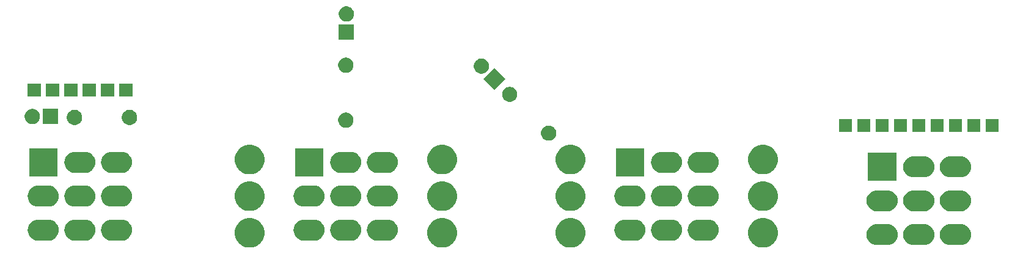
<source format=gbr>
G04 #@! TF.GenerationSoftware,KiCad,Pcbnew,(5.1.5-0-10_14)*
G04 #@! TF.CreationDate,2020-11-20T14:40:15+01:00*
G04 #@! TF.ProjectId,3pdt,33706474-2e6b-4696-9361-645f70636258,rev?*
G04 #@! TF.SameCoordinates,Original*
G04 #@! TF.FileFunction,Soldermask,Bot*
G04 #@! TF.FilePolarity,Negative*
%FSLAX46Y46*%
G04 Gerber Fmt 4.6, Leading zero omitted, Abs format (unit mm)*
G04 Created by KiCad (PCBNEW (5.1.5-0-10_14)) date 2020-11-20 14:40:15*
%MOMM*%
%LPD*%
G04 APERTURE LIST*
%ADD10C,0.100000*%
G04 APERTURE END LIST*
D10*
G36*
X209513326Y-66607578D02*
G01*
X209513329Y-66607579D01*
X209513328Y-66607579D01*
X209886631Y-66762206D01*
X210222596Y-66986690D01*
X210508310Y-67272404D01*
X210732794Y-67608369D01*
X210732795Y-67608371D01*
X210887422Y-67981674D01*
X210966250Y-68377968D01*
X210966250Y-68782032D01*
X210887422Y-69178326D01*
X210790507Y-69412299D01*
X210732794Y-69551631D01*
X210508310Y-69887596D01*
X210222596Y-70173310D01*
X209886631Y-70397794D01*
X209886630Y-70397795D01*
X209886629Y-70397795D01*
X209513326Y-70552422D01*
X209117032Y-70631250D01*
X208712968Y-70631250D01*
X208316674Y-70552422D01*
X207943371Y-70397795D01*
X207943370Y-70397795D01*
X207943369Y-70397794D01*
X207607404Y-70173310D01*
X207321690Y-69887596D01*
X207097206Y-69551631D01*
X207039493Y-69412299D01*
X206942578Y-69178326D01*
X206863750Y-68782032D01*
X206863750Y-68377968D01*
X206942578Y-67981674D01*
X207097205Y-67608371D01*
X207097206Y-67608369D01*
X207321690Y-67272404D01*
X207607404Y-66986690D01*
X207943369Y-66762206D01*
X208316672Y-66607579D01*
X208316671Y-66607579D01*
X208316674Y-66607578D01*
X208712968Y-66528750D01*
X209117032Y-66528750D01*
X209513326Y-66607578D01*
G37*
G36*
X182843326Y-66607578D02*
G01*
X182843329Y-66607579D01*
X182843328Y-66607579D01*
X183216631Y-66762206D01*
X183552596Y-66986690D01*
X183838310Y-67272404D01*
X184062794Y-67608369D01*
X184062795Y-67608371D01*
X184217422Y-67981674D01*
X184296250Y-68377968D01*
X184296250Y-68782032D01*
X184217422Y-69178326D01*
X184120507Y-69412299D01*
X184062794Y-69551631D01*
X183838310Y-69887596D01*
X183552596Y-70173310D01*
X183216631Y-70397794D01*
X183216630Y-70397795D01*
X183216629Y-70397795D01*
X182843326Y-70552422D01*
X182447032Y-70631250D01*
X182042968Y-70631250D01*
X181646674Y-70552422D01*
X181273371Y-70397795D01*
X181273370Y-70397795D01*
X181273369Y-70397794D01*
X180937404Y-70173310D01*
X180651690Y-69887596D01*
X180427206Y-69551631D01*
X180369493Y-69412299D01*
X180272578Y-69178326D01*
X180193750Y-68782032D01*
X180193750Y-68377968D01*
X180272578Y-67981674D01*
X180427205Y-67608371D01*
X180427206Y-67608369D01*
X180651690Y-67272404D01*
X180937404Y-66986690D01*
X181273369Y-66762206D01*
X181646672Y-66607579D01*
X181646671Y-66607579D01*
X181646674Y-66607578D01*
X182042968Y-66528750D01*
X182447032Y-66528750D01*
X182843326Y-66607578D01*
G37*
G36*
X165063326Y-66607578D02*
G01*
X165063329Y-66607579D01*
X165063328Y-66607579D01*
X165436631Y-66762206D01*
X165772596Y-66986690D01*
X166058310Y-67272404D01*
X166282794Y-67608369D01*
X166282795Y-67608371D01*
X166437422Y-67981674D01*
X166516250Y-68377968D01*
X166516250Y-68782032D01*
X166437422Y-69178326D01*
X166340507Y-69412299D01*
X166282794Y-69551631D01*
X166058310Y-69887596D01*
X165772596Y-70173310D01*
X165436631Y-70397794D01*
X165436630Y-70397795D01*
X165436629Y-70397795D01*
X165063326Y-70552422D01*
X164667032Y-70631250D01*
X164262968Y-70631250D01*
X163866674Y-70552422D01*
X163493371Y-70397795D01*
X163493370Y-70397795D01*
X163493369Y-70397794D01*
X163157404Y-70173310D01*
X162871690Y-69887596D01*
X162647206Y-69551631D01*
X162589493Y-69412299D01*
X162492578Y-69178326D01*
X162413750Y-68782032D01*
X162413750Y-68377968D01*
X162492578Y-67981674D01*
X162647205Y-67608371D01*
X162647206Y-67608369D01*
X162871690Y-67272404D01*
X163157404Y-66986690D01*
X163493369Y-66762206D01*
X163866672Y-66607579D01*
X163866671Y-66607579D01*
X163866674Y-66607578D01*
X164262968Y-66528750D01*
X164667032Y-66528750D01*
X165063326Y-66607578D01*
G37*
G36*
X138393326Y-66607578D02*
G01*
X138393329Y-66607579D01*
X138393328Y-66607579D01*
X138766631Y-66762206D01*
X139102596Y-66986690D01*
X139388310Y-67272404D01*
X139612794Y-67608369D01*
X139612795Y-67608371D01*
X139767422Y-67981674D01*
X139846250Y-68377968D01*
X139846250Y-68782032D01*
X139767422Y-69178326D01*
X139670507Y-69412299D01*
X139612794Y-69551631D01*
X139388310Y-69887596D01*
X139102596Y-70173310D01*
X138766631Y-70397794D01*
X138766630Y-70397795D01*
X138766629Y-70397795D01*
X138393326Y-70552422D01*
X137997032Y-70631250D01*
X137592968Y-70631250D01*
X137196674Y-70552422D01*
X136823371Y-70397795D01*
X136823370Y-70397795D01*
X136823369Y-70397794D01*
X136487404Y-70173310D01*
X136201690Y-69887596D01*
X135977206Y-69551631D01*
X135919493Y-69412299D01*
X135822578Y-69178326D01*
X135743750Y-68782032D01*
X135743750Y-68377968D01*
X135822578Y-67981674D01*
X135977205Y-67608371D01*
X135977206Y-67608369D01*
X136201690Y-67272404D01*
X136487404Y-66986690D01*
X136823369Y-66762206D01*
X137196672Y-66607579D01*
X137196671Y-66607579D01*
X137196674Y-66607578D01*
X137592968Y-66528750D01*
X137997032Y-66528750D01*
X138393326Y-66607578D01*
G37*
G36*
X236462861Y-67394497D02*
G01*
X236569446Y-67404995D01*
X236842960Y-67487965D01*
X236842963Y-67487966D01*
X237095028Y-67622698D01*
X237095029Y-67622699D01*
X237095033Y-67622701D01*
X237315976Y-67804024D01*
X237497299Y-68024967D01*
X237497301Y-68024971D01*
X237497302Y-68024972D01*
X237632034Y-68277037D01*
X237632035Y-68277040D01*
X237715005Y-68550554D01*
X237743020Y-68835000D01*
X237715005Y-69119446D01*
X237632035Y-69392960D01*
X237632034Y-69392963D01*
X237505332Y-69630005D01*
X237497299Y-69645033D01*
X237315976Y-69865976D01*
X237095033Y-70047299D01*
X237095029Y-70047301D01*
X237095028Y-70047302D01*
X236842963Y-70182034D01*
X236842960Y-70182035D01*
X236569446Y-70265005D01*
X236462861Y-70275503D01*
X236356278Y-70286000D01*
X234813722Y-70286000D01*
X234707139Y-70275503D01*
X234600554Y-70265005D01*
X234327040Y-70182035D01*
X234327037Y-70182034D01*
X234074972Y-70047302D01*
X234074971Y-70047301D01*
X234074967Y-70047299D01*
X233854024Y-69865976D01*
X233672701Y-69645033D01*
X233664668Y-69630005D01*
X233537966Y-69392963D01*
X233537965Y-69392960D01*
X233454995Y-69119446D01*
X233426980Y-68835000D01*
X233454995Y-68550554D01*
X233537965Y-68277040D01*
X233537966Y-68277037D01*
X233672698Y-68024972D01*
X233672699Y-68024971D01*
X233672701Y-68024967D01*
X233854024Y-67804024D01*
X234074967Y-67622701D01*
X234074971Y-67622699D01*
X234074972Y-67622698D01*
X234327037Y-67487966D01*
X234327040Y-67487965D01*
X234600554Y-67404995D01*
X234707139Y-67394497D01*
X234813722Y-67384000D01*
X236356278Y-67384000D01*
X236462861Y-67394497D01*
G37*
G36*
X231382861Y-67394497D02*
G01*
X231489446Y-67404995D01*
X231762960Y-67487965D01*
X231762963Y-67487966D01*
X232015028Y-67622698D01*
X232015029Y-67622699D01*
X232015033Y-67622701D01*
X232235976Y-67804024D01*
X232417299Y-68024967D01*
X232417301Y-68024971D01*
X232417302Y-68024972D01*
X232552034Y-68277037D01*
X232552035Y-68277040D01*
X232635005Y-68550554D01*
X232663020Y-68835000D01*
X232635005Y-69119446D01*
X232552035Y-69392960D01*
X232552034Y-69392963D01*
X232425332Y-69630005D01*
X232417299Y-69645033D01*
X232235976Y-69865976D01*
X232015033Y-70047299D01*
X232015029Y-70047301D01*
X232015028Y-70047302D01*
X231762963Y-70182034D01*
X231762960Y-70182035D01*
X231489446Y-70265005D01*
X231382861Y-70275503D01*
X231276278Y-70286000D01*
X229733722Y-70286000D01*
X229627139Y-70275503D01*
X229520554Y-70265005D01*
X229247040Y-70182035D01*
X229247037Y-70182034D01*
X228994972Y-70047302D01*
X228994971Y-70047301D01*
X228994967Y-70047299D01*
X228774024Y-69865976D01*
X228592701Y-69645033D01*
X228584668Y-69630005D01*
X228457966Y-69392963D01*
X228457965Y-69392960D01*
X228374995Y-69119446D01*
X228346980Y-68835000D01*
X228374995Y-68550554D01*
X228457965Y-68277040D01*
X228457966Y-68277037D01*
X228592698Y-68024972D01*
X228592699Y-68024971D01*
X228592701Y-68024967D01*
X228774024Y-67804024D01*
X228994967Y-67622701D01*
X228994971Y-67622699D01*
X228994972Y-67622698D01*
X229247037Y-67487966D01*
X229247040Y-67487965D01*
X229520554Y-67404995D01*
X229627139Y-67394497D01*
X229733722Y-67384000D01*
X231276278Y-67384000D01*
X231382861Y-67394497D01*
G37*
G36*
X226302861Y-67394497D02*
G01*
X226409446Y-67404995D01*
X226682960Y-67487965D01*
X226682963Y-67487966D01*
X226935028Y-67622698D01*
X226935029Y-67622699D01*
X226935033Y-67622701D01*
X227155976Y-67804024D01*
X227337299Y-68024967D01*
X227337301Y-68024971D01*
X227337302Y-68024972D01*
X227472034Y-68277037D01*
X227472035Y-68277040D01*
X227555005Y-68550554D01*
X227583020Y-68835000D01*
X227555005Y-69119446D01*
X227472035Y-69392960D01*
X227472034Y-69392963D01*
X227345332Y-69630005D01*
X227337299Y-69645033D01*
X227155976Y-69865976D01*
X226935033Y-70047299D01*
X226935029Y-70047301D01*
X226935028Y-70047302D01*
X226682963Y-70182034D01*
X226682960Y-70182035D01*
X226409446Y-70265005D01*
X226302861Y-70275503D01*
X226196278Y-70286000D01*
X224653722Y-70286000D01*
X224547139Y-70275503D01*
X224440554Y-70265005D01*
X224167040Y-70182035D01*
X224167037Y-70182034D01*
X223914972Y-70047302D01*
X223914971Y-70047301D01*
X223914967Y-70047299D01*
X223694024Y-69865976D01*
X223512701Y-69645033D01*
X223504668Y-69630005D01*
X223377966Y-69392963D01*
X223377965Y-69392960D01*
X223294995Y-69119446D01*
X223266980Y-68835000D01*
X223294995Y-68550554D01*
X223377965Y-68277040D01*
X223377966Y-68277037D01*
X223512698Y-68024972D01*
X223512699Y-68024971D01*
X223512701Y-68024967D01*
X223694024Y-67804024D01*
X223914967Y-67622701D01*
X223914971Y-67622699D01*
X223914972Y-67622698D01*
X224167037Y-67487966D01*
X224167040Y-67487965D01*
X224440554Y-67404995D01*
X224547139Y-67394497D01*
X224653722Y-67384000D01*
X226196278Y-67384000D01*
X226302861Y-67394497D01*
G37*
G36*
X191377861Y-66759498D02*
G01*
X191484446Y-66769995D01*
X191757960Y-66852965D01*
X191757963Y-66852966D01*
X192010028Y-66987698D01*
X192010029Y-66987699D01*
X192010033Y-66987701D01*
X192230976Y-67169024D01*
X192412299Y-67389967D01*
X192412301Y-67389971D01*
X192412302Y-67389972D01*
X192547034Y-67642037D01*
X192547035Y-67642040D01*
X192630005Y-67915554D01*
X192658020Y-68200000D01*
X192630005Y-68484446D01*
X192547035Y-68757960D01*
X192547034Y-68757963D01*
X192412302Y-69010028D01*
X192412299Y-69010033D01*
X192230976Y-69230976D01*
X192010033Y-69412299D01*
X192010029Y-69412301D01*
X192010028Y-69412302D01*
X191757963Y-69547034D01*
X191757960Y-69547035D01*
X191484446Y-69630005D01*
X191377861Y-69640502D01*
X191271278Y-69651000D01*
X189728722Y-69651000D01*
X189622139Y-69640502D01*
X189515554Y-69630005D01*
X189242040Y-69547035D01*
X189242037Y-69547034D01*
X188989972Y-69412302D01*
X188989971Y-69412301D01*
X188989967Y-69412299D01*
X188769024Y-69230976D01*
X188587701Y-69010033D01*
X188587698Y-69010028D01*
X188452966Y-68757963D01*
X188452965Y-68757960D01*
X188369995Y-68484446D01*
X188341980Y-68200000D01*
X188369995Y-67915554D01*
X188452965Y-67642040D01*
X188452966Y-67642037D01*
X188587698Y-67389972D01*
X188587699Y-67389971D01*
X188587701Y-67389967D01*
X188769024Y-67169024D01*
X188989967Y-66987701D01*
X188989971Y-66987699D01*
X188989972Y-66987698D01*
X189242037Y-66852966D01*
X189242040Y-66852965D01*
X189515554Y-66769995D01*
X189622139Y-66759498D01*
X189728722Y-66749000D01*
X191271278Y-66749000D01*
X191377861Y-66759498D01*
G37*
G36*
X157087861Y-66759498D02*
G01*
X157194446Y-66769995D01*
X157467960Y-66852965D01*
X157467963Y-66852966D01*
X157720028Y-66987698D01*
X157720029Y-66987699D01*
X157720033Y-66987701D01*
X157940976Y-67169024D01*
X158122299Y-67389967D01*
X158122301Y-67389971D01*
X158122302Y-67389972D01*
X158257034Y-67642037D01*
X158257035Y-67642040D01*
X158340005Y-67915554D01*
X158368020Y-68200000D01*
X158340005Y-68484446D01*
X158257035Y-68757960D01*
X158257034Y-68757963D01*
X158122302Y-69010028D01*
X158122299Y-69010033D01*
X157940976Y-69230976D01*
X157720033Y-69412299D01*
X157720029Y-69412301D01*
X157720028Y-69412302D01*
X157467963Y-69547034D01*
X157467960Y-69547035D01*
X157194446Y-69630005D01*
X157087861Y-69640502D01*
X156981278Y-69651000D01*
X155438722Y-69651000D01*
X155332139Y-69640502D01*
X155225554Y-69630005D01*
X154952040Y-69547035D01*
X154952037Y-69547034D01*
X154699972Y-69412302D01*
X154699971Y-69412301D01*
X154699967Y-69412299D01*
X154479024Y-69230976D01*
X154297701Y-69010033D01*
X154297698Y-69010028D01*
X154162966Y-68757963D01*
X154162965Y-68757960D01*
X154079995Y-68484446D01*
X154051980Y-68200000D01*
X154079995Y-67915554D01*
X154162965Y-67642040D01*
X154162966Y-67642037D01*
X154297698Y-67389972D01*
X154297699Y-67389971D01*
X154297701Y-67389967D01*
X154479024Y-67169024D01*
X154699967Y-66987701D01*
X154699971Y-66987699D01*
X154699972Y-66987698D01*
X154952037Y-66852966D01*
X154952040Y-66852965D01*
X155225554Y-66769995D01*
X155332139Y-66759498D01*
X155438722Y-66749000D01*
X156981278Y-66749000D01*
X157087861Y-66759498D01*
G37*
G36*
X152007861Y-66759498D02*
G01*
X152114446Y-66769995D01*
X152387960Y-66852965D01*
X152387963Y-66852966D01*
X152640028Y-66987698D01*
X152640029Y-66987699D01*
X152640033Y-66987701D01*
X152860976Y-67169024D01*
X153042299Y-67389967D01*
X153042301Y-67389971D01*
X153042302Y-67389972D01*
X153177034Y-67642037D01*
X153177035Y-67642040D01*
X153260005Y-67915554D01*
X153288020Y-68200000D01*
X153260005Y-68484446D01*
X153177035Y-68757960D01*
X153177034Y-68757963D01*
X153042302Y-69010028D01*
X153042299Y-69010033D01*
X152860976Y-69230976D01*
X152640033Y-69412299D01*
X152640029Y-69412301D01*
X152640028Y-69412302D01*
X152387963Y-69547034D01*
X152387960Y-69547035D01*
X152114446Y-69630005D01*
X152007861Y-69640502D01*
X151901278Y-69651000D01*
X150358722Y-69651000D01*
X150252139Y-69640502D01*
X150145554Y-69630005D01*
X149872040Y-69547035D01*
X149872037Y-69547034D01*
X149619972Y-69412302D01*
X149619971Y-69412301D01*
X149619967Y-69412299D01*
X149399024Y-69230976D01*
X149217701Y-69010033D01*
X149217698Y-69010028D01*
X149082966Y-68757963D01*
X149082965Y-68757960D01*
X148999995Y-68484446D01*
X148971980Y-68200000D01*
X148999995Y-67915554D01*
X149082965Y-67642040D01*
X149082966Y-67642037D01*
X149217698Y-67389972D01*
X149217699Y-67389971D01*
X149217701Y-67389967D01*
X149399024Y-67169024D01*
X149619967Y-66987701D01*
X149619971Y-66987699D01*
X149619972Y-66987698D01*
X149872037Y-66852966D01*
X149872040Y-66852965D01*
X150145554Y-66769995D01*
X150252139Y-66759498D01*
X150358722Y-66749000D01*
X151901278Y-66749000D01*
X152007861Y-66759498D01*
G37*
G36*
X146927861Y-66759498D02*
G01*
X147034446Y-66769995D01*
X147307960Y-66852965D01*
X147307963Y-66852966D01*
X147560028Y-66987698D01*
X147560029Y-66987699D01*
X147560033Y-66987701D01*
X147780976Y-67169024D01*
X147962299Y-67389967D01*
X147962301Y-67389971D01*
X147962302Y-67389972D01*
X148097034Y-67642037D01*
X148097035Y-67642040D01*
X148180005Y-67915554D01*
X148208020Y-68200000D01*
X148180005Y-68484446D01*
X148097035Y-68757960D01*
X148097034Y-68757963D01*
X147962302Y-69010028D01*
X147962299Y-69010033D01*
X147780976Y-69230976D01*
X147560033Y-69412299D01*
X147560029Y-69412301D01*
X147560028Y-69412302D01*
X147307963Y-69547034D01*
X147307960Y-69547035D01*
X147034446Y-69630005D01*
X146927861Y-69640502D01*
X146821278Y-69651000D01*
X145278722Y-69651000D01*
X145172139Y-69640502D01*
X145065554Y-69630005D01*
X144792040Y-69547035D01*
X144792037Y-69547034D01*
X144539972Y-69412302D01*
X144539971Y-69412301D01*
X144539967Y-69412299D01*
X144319024Y-69230976D01*
X144137701Y-69010033D01*
X144137698Y-69010028D01*
X144002966Y-68757963D01*
X144002965Y-68757960D01*
X143919995Y-68484446D01*
X143891980Y-68200000D01*
X143919995Y-67915554D01*
X144002965Y-67642040D01*
X144002966Y-67642037D01*
X144137698Y-67389972D01*
X144137699Y-67389971D01*
X144137701Y-67389967D01*
X144319024Y-67169024D01*
X144539967Y-66987701D01*
X144539971Y-66987699D01*
X144539972Y-66987698D01*
X144792037Y-66852966D01*
X144792040Y-66852965D01*
X145065554Y-66769995D01*
X145172139Y-66759498D01*
X145278722Y-66749000D01*
X146821278Y-66749000D01*
X146927861Y-66759498D01*
G37*
G36*
X120257861Y-66759498D02*
G01*
X120364446Y-66769995D01*
X120637960Y-66852965D01*
X120637963Y-66852966D01*
X120890028Y-66987698D01*
X120890029Y-66987699D01*
X120890033Y-66987701D01*
X121110976Y-67169024D01*
X121292299Y-67389967D01*
X121292301Y-67389971D01*
X121292302Y-67389972D01*
X121427034Y-67642037D01*
X121427035Y-67642040D01*
X121510005Y-67915554D01*
X121538020Y-68200000D01*
X121510005Y-68484446D01*
X121427035Y-68757960D01*
X121427034Y-68757963D01*
X121292302Y-69010028D01*
X121292299Y-69010033D01*
X121110976Y-69230976D01*
X120890033Y-69412299D01*
X120890029Y-69412301D01*
X120890028Y-69412302D01*
X120637963Y-69547034D01*
X120637960Y-69547035D01*
X120364446Y-69630005D01*
X120257861Y-69640502D01*
X120151278Y-69651000D01*
X118608722Y-69651000D01*
X118502139Y-69640502D01*
X118395554Y-69630005D01*
X118122040Y-69547035D01*
X118122037Y-69547034D01*
X117869972Y-69412302D01*
X117869971Y-69412301D01*
X117869967Y-69412299D01*
X117649024Y-69230976D01*
X117467701Y-69010033D01*
X117467698Y-69010028D01*
X117332966Y-68757963D01*
X117332965Y-68757960D01*
X117249995Y-68484446D01*
X117221980Y-68200000D01*
X117249995Y-67915554D01*
X117332965Y-67642040D01*
X117332966Y-67642037D01*
X117467698Y-67389972D01*
X117467699Y-67389971D01*
X117467701Y-67389967D01*
X117649024Y-67169024D01*
X117869967Y-66987701D01*
X117869971Y-66987699D01*
X117869972Y-66987698D01*
X118122037Y-66852966D01*
X118122040Y-66852965D01*
X118395554Y-66769995D01*
X118502139Y-66759498D01*
X118608722Y-66749000D01*
X120151278Y-66749000D01*
X120257861Y-66759498D01*
G37*
G36*
X115177861Y-66759498D02*
G01*
X115284446Y-66769995D01*
X115557960Y-66852965D01*
X115557963Y-66852966D01*
X115810028Y-66987698D01*
X115810029Y-66987699D01*
X115810033Y-66987701D01*
X116030976Y-67169024D01*
X116212299Y-67389967D01*
X116212301Y-67389971D01*
X116212302Y-67389972D01*
X116347034Y-67642037D01*
X116347035Y-67642040D01*
X116430005Y-67915554D01*
X116458020Y-68200000D01*
X116430005Y-68484446D01*
X116347035Y-68757960D01*
X116347034Y-68757963D01*
X116212302Y-69010028D01*
X116212299Y-69010033D01*
X116030976Y-69230976D01*
X115810033Y-69412299D01*
X115810029Y-69412301D01*
X115810028Y-69412302D01*
X115557963Y-69547034D01*
X115557960Y-69547035D01*
X115284446Y-69630005D01*
X115177861Y-69640502D01*
X115071278Y-69651000D01*
X113528722Y-69651000D01*
X113422139Y-69640502D01*
X113315554Y-69630005D01*
X113042040Y-69547035D01*
X113042037Y-69547034D01*
X112789972Y-69412302D01*
X112789971Y-69412301D01*
X112789967Y-69412299D01*
X112569024Y-69230976D01*
X112387701Y-69010033D01*
X112387698Y-69010028D01*
X112252966Y-68757963D01*
X112252965Y-68757960D01*
X112169995Y-68484446D01*
X112141980Y-68200000D01*
X112169995Y-67915554D01*
X112252965Y-67642040D01*
X112252966Y-67642037D01*
X112387698Y-67389972D01*
X112387699Y-67389971D01*
X112387701Y-67389967D01*
X112569024Y-67169024D01*
X112789967Y-66987701D01*
X112789971Y-66987699D01*
X112789972Y-66987698D01*
X113042037Y-66852966D01*
X113042040Y-66852965D01*
X113315554Y-66769995D01*
X113422139Y-66759498D01*
X113528722Y-66749000D01*
X115071278Y-66749000D01*
X115177861Y-66759498D01*
G37*
G36*
X110097861Y-66759498D02*
G01*
X110204446Y-66769995D01*
X110477960Y-66852965D01*
X110477963Y-66852966D01*
X110730028Y-66987698D01*
X110730029Y-66987699D01*
X110730033Y-66987701D01*
X110950976Y-67169024D01*
X111132299Y-67389967D01*
X111132301Y-67389971D01*
X111132302Y-67389972D01*
X111267034Y-67642037D01*
X111267035Y-67642040D01*
X111350005Y-67915554D01*
X111378020Y-68200000D01*
X111350005Y-68484446D01*
X111267035Y-68757960D01*
X111267034Y-68757963D01*
X111132302Y-69010028D01*
X111132299Y-69010033D01*
X110950976Y-69230976D01*
X110730033Y-69412299D01*
X110730029Y-69412301D01*
X110730028Y-69412302D01*
X110477963Y-69547034D01*
X110477960Y-69547035D01*
X110204446Y-69630005D01*
X110097861Y-69640502D01*
X109991278Y-69651000D01*
X108448722Y-69651000D01*
X108342139Y-69640502D01*
X108235554Y-69630005D01*
X107962040Y-69547035D01*
X107962037Y-69547034D01*
X107709972Y-69412302D01*
X107709971Y-69412301D01*
X107709967Y-69412299D01*
X107489024Y-69230976D01*
X107307701Y-69010033D01*
X107307698Y-69010028D01*
X107172966Y-68757963D01*
X107172965Y-68757960D01*
X107089995Y-68484446D01*
X107061980Y-68200000D01*
X107089995Y-67915554D01*
X107172965Y-67642040D01*
X107172966Y-67642037D01*
X107307698Y-67389972D01*
X107307699Y-67389971D01*
X107307701Y-67389967D01*
X107489024Y-67169024D01*
X107709967Y-66987701D01*
X107709971Y-66987699D01*
X107709972Y-66987698D01*
X107962037Y-66852966D01*
X107962040Y-66852965D01*
X108235554Y-66769995D01*
X108342139Y-66759498D01*
X108448722Y-66749000D01*
X109991278Y-66749000D01*
X110097861Y-66759498D01*
G37*
G36*
X201537861Y-66759498D02*
G01*
X201644446Y-66769995D01*
X201917960Y-66852965D01*
X201917963Y-66852966D01*
X202170028Y-66987698D01*
X202170029Y-66987699D01*
X202170033Y-66987701D01*
X202390976Y-67169024D01*
X202572299Y-67389967D01*
X202572301Y-67389971D01*
X202572302Y-67389972D01*
X202707034Y-67642037D01*
X202707035Y-67642040D01*
X202790005Y-67915554D01*
X202818020Y-68200000D01*
X202790005Y-68484446D01*
X202707035Y-68757960D01*
X202707034Y-68757963D01*
X202572302Y-69010028D01*
X202572299Y-69010033D01*
X202390976Y-69230976D01*
X202170033Y-69412299D01*
X202170029Y-69412301D01*
X202170028Y-69412302D01*
X201917963Y-69547034D01*
X201917960Y-69547035D01*
X201644446Y-69630005D01*
X201537861Y-69640502D01*
X201431278Y-69651000D01*
X199888722Y-69651000D01*
X199782139Y-69640502D01*
X199675554Y-69630005D01*
X199402040Y-69547035D01*
X199402037Y-69547034D01*
X199149972Y-69412302D01*
X199149971Y-69412301D01*
X199149967Y-69412299D01*
X198929024Y-69230976D01*
X198747701Y-69010033D01*
X198747698Y-69010028D01*
X198612966Y-68757963D01*
X198612965Y-68757960D01*
X198529995Y-68484446D01*
X198501980Y-68200000D01*
X198529995Y-67915554D01*
X198612965Y-67642040D01*
X198612966Y-67642037D01*
X198747698Y-67389972D01*
X198747699Y-67389971D01*
X198747701Y-67389967D01*
X198929024Y-67169024D01*
X199149967Y-66987701D01*
X199149971Y-66987699D01*
X199149972Y-66987698D01*
X199402037Y-66852966D01*
X199402040Y-66852965D01*
X199675554Y-66769995D01*
X199782139Y-66759498D01*
X199888722Y-66749000D01*
X201431278Y-66749000D01*
X201537861Y-66759498D01*
G37*
G36*
X196457861Y-66759498D02*
G01*
X196564446Y-66769995D01*
X196837960Y-66852965D01*
X196837963Y-66852966D01*
X197090028Y-66987698D01*
X197090029Y-66987699D01*
X197090033Y-66987701D01*
X197310976Y-67169024D01*
X197492299Y-67389967D01*
X197492301Y-67389971D01*
X197492302Y-67389972D01*
X197627034Y-67642037D01*
X197627035Y-67642040D01*
X197710005Y-67915554D01*
X197738020Y-68200000D01*
X197710005Y-68484446D01*
X197627035Y-68757960D01*
X197627034Y-68757963D01*
X197492302Y-69010028D01*
X197492299Y-69010033D01*
X197310976Y-69230976D01*
X197090033Y-69412299D01*
X197090029Y-69412301D01*
X197090028Y-69412302D01*
X196837963Y-69547034D01*
X196837960Y-69547035D01*
X196564446Y-69630005D01*
X196457861Y-69640502D01*
X196351278Y-69651000D01*
X194808722Y-69651000D01*
X194702139Y-69640502D01*
X194595554Y-69630005D01*
X194322040Y-69547035D01*
X194322037Y-69547034D01*
X194069972Y-69412302D01*
X194069971Y-69412301D01*
X194069967Y-69412299D01*
X193849024Y-69230976D01*
X193667701Y-69010033D01*
X193667698Y-69010028D01*
X193532966Y-68757963D01*
X193532965Y-68757960D01*
X193449995Y-68484446D01*
X193421980Y-68200000D01*
X193449995Y-67915554D01*
X193532965Y-67642040D01*
X193532966Y-67642037D01*
X193667698Y-67389972D01*
X193667699Y-67389971D01*
X193667701Y-67389967D01*
X193849024Y-67169024D01*
X194069967Y-66987701D01*
X194069971Y-66987699D01*
X194069972Y-66987698D01*
X194322037Y-66852966D01*
X194322040Y-66852965D01*
X194595554Y-66769995D01*
X194702139Y-66759498D01*
X194808722Y-66749000D01*
X196351278Y-66749000D01*
X196457861Y-66759498D01*
G37*
G36*
X231382861Y-62694497D02*
G01*
X231489446Y-62704995D01*
X231762960Y-62787965D01*
X231762963Y-62787966D01*
X232015028Y-62922698D01*
X232015029Y-62922699D01*
X232015033Y-62922701D01*
X232235976Y-63104024D01*
X232417299Y-63324967D01*
X232417301Y-63324971D01*
X232417302Y-63324972D01*
X232552034Y-63577037D01*
X232552035Y-63577040D01*
X232635005Y-63850554D01*
X232663020Y-64135000D01*
X232635005Y-64419446D01*
X232552035Y-64692960D01*
X232552034Y-64692963D01*
X232425332Y-64930005D01*
X232417299Y-64945033D01*
X232235976Y-65165976D01*
X232015033Y-65347299D01*
X232015029Y-65347301D01*
X232015028Y-65347302D01*
X231762963Y-65482034D01*
X231762960Y-65482035D01*
X231489446Y-65565005D01*
X231382861Y-65575502D01*
X231276278Y-65586000D01*
X229733722Y-65586000D01*
X229627139Y-65575502D01*
X229520554Y-65565005D01*
X229247040Y-65482035D01*
X229247037Y-65482034D01*
X228994972Y-65347302D01*
X228994971Y-65347301D01*
X228994967Y-65347299D01*
X228774024Y-65165976D01*
X228592701Y-64945033D01*
X228584668Y-64930005D01*
X228457966Y-64692963D01*
X228457965Y-64692960D01*
X228374995Y-64419446D01*
X228346980Y-64135000D01*
X228374995Y-63850554D01*
X228457965Y-63577040D01*
X228457966Y-63577037D01*
X228592698Y-63324972D01*
X228592699Y-63324971D01*
X228592701Y-63324967D01*
X228774024Y-63104024D01*
X228994967Y-62922701D01*
X228994971Y-62922699D01*
X228994972Y-62922698D01*
X229247037Y-62787966D01*
X229247040Y-62787965D01*
X229520554Y-62704995D01*
X229627139Y-62694497D01*
X229733722Y-62684000D01*
X231276278Y-62684000D01*
X231382861Y-62694497D01*
G37*
G36*
X236462861Y-62694497D02*
G01*
X236569446Y-62704995D01*
X236842960Y-62787965D01*
X236842963Y-62787966D01*
X237095028Y-62922698D01*
X237095029Y-62922699D01*
X237095033Y-62922701D01*
X237315976Y-63104024D01*
X237497299Y-63324967D01*
X237497301Y-63324971D01*
X237497302Y-63324972D01*
X237632034Y-63577037D01*
X237632035Y-63577040D01*
X237715005Y-63850554D01*
X237743020Y-64135000D01*
X237715005Y-64419446D01*
X237632035Y-64692960D01*
X237632034Y-64692963D01*
X237505332Y-64930005D01*
X237497299Y-64945033D01*
X237315976Y-65165976D01*
X237095033Y-65347299D01*
X237095029Y-65347301D01*
X237095028Y-65347302D01*
X236842963Y-65482034D01*
X236842960Y-65482035D01*
X236569446Y-65565005D01*
X236462861Y-65575502D01*
X236356278Y-65586000D01*
X234813722Y-65586000D01*
X234707139Y-65575502D01*
X234600554Y-65565005D01*
X234327040Y-65482035D01*
X234327037Y-65482034D01*
X234074972Y-65347302D01*
X234074971Y-65347301D01*
X234074967Y-65347299D01*
X233854024Y-65165976D01*
X233672701Y-64945033D01*
X233664668Y-64930005D01*
X233537966Y-64692963D01*
X233537965Y-64692960D01*
X233454995Y-64419446D01*
X233426980Y-64135000D01*
X233454995Y-63850554D01*
X233537965Y-63577040D01*
X233537966Y-63577037D01*
X233672698Y-63324972D01*
X233672699Y-63324971D01*
X233672701Y-63324967D01*
X233854024Y-63104024D01*
X234074967Y-62922701D01*
X234074971Y-62922699D01*
X234074972Y-62922698D01*
X234327037Y-62787966D01*
X234327040Y-62787965D01*
X234600554Y-62704995D01*
X234707139Y-62694497D01*
X234813722Y-62684000D01*
X236356278Y-62684000D01*
X236462861Y-62694497D01*
G37*
G36*
X226302861Y-62694497D02*
G01*
X226409446Y-62704995D01*
X226682960Y-62787965D01*
X226682963Y-62787966D01*
X226935028Y-62922698D01*
X226935029Y-62922699D01*
X226935033Y-62922701D01*
X227155976Y-63104024D01*
X227337299Y-63324967D01*
X227337301Y-63324971D01*
X227337302Y-63324972D01*
X227472034Y-63577037D01*
X227472035Y-63577040D01*
X227555005Y-63850554D01*
X227583020Y-64135000D01*
X227555005Y-64419446D01*
X227472035Y-64692960D01*
X227472034Y-64692963D01*
X227345332Y-64930005D01*
X227337299Y-64945033D01*
X227155976Y-65165976D01*
X226935033Y-65347299D01*
X226935029Y-65347301D01*
X226935028Y-65347302D01*
X226682963Y-65482034D01*
X226682960Y-65482035D01*
X226409446Y-65565005D01*
X226302861Y-65575502D01*
X226196278Y-65586000D01*
X224653722Y-65586000D01*
X224547139Y-65575502D01*
X224440554Y-65565005D01*
X224167040Y-65482035D01*
X224167037Y-65482034D01*
X223914972Y-65347302D01*
X223914971Y-65347301D01*
X223914967Y-65347299D01*
X223694024Y-65165976D01*
X223512701Y-64945033D01*
X223504668Y-64930005D01*
X223377966Y-64692963D01*
X223377965Y-64692960D01*
X223294995Y-64419446D01*
X223266980Y-64135000D01*
X223294995Y-63850554D01*
X223377965Y-63577040D01*
X223377966Y-63577037D01*
X223512698Y-63324972D01*
X223512699Y-63324971D01*
X223512701Y-63324967D01*
X223694024Y-63104024D01*
X223914967Y-62922701D01*
X223914971Y-62922699D01*
X223914972Y-62922698D01*
X224167037Y-62787966D01*
X224167040Y-62787965D01*
X224440554Y-62704995D01*
X224547139Y-62694497D01*
X224653722Y-62684000D01*
X226196278Y-62684000D01*
X226302861Y-62694497D01*
G37*
G36*
X209513326Y-61527578D02*
G01*
X209513329Y-61527579D01*
X209513328Y-61527579D01*
X209886631Y-61682206D01*
X210222596Y-61906690D01*
X210508310Y-62192404D01*
X210732794Y-62528369D01*
X210732795Y-62528371D01*
X210887422Y-62901674D01*
X210966250Y-63297968D01*
X210966250Y-63702032D01*
X210887422Y-64098326D01*
X210887421Y-64098328D01*
X210732794Y-64471631D01*
X210508310Y-64807596D01*
X210222596Y-65093310D01*
X209886631Y-65317794D01*
X209886630Y-65317795D01*
X209886629Y-65317795D01*
X209513326Y-65472422D01*
X209117032Y-65551250D01*
X208712968Y-65551250D01*
X208316674Y-65472422D01*
X207943371Y-65317795D01*
X207943370Y-65317795D01*
X207943369Y-65317794D01*
X207607404Y-65093310D01*
X207321690Y-64807596D01*
X207097206Y-64471631D01*
X206942579Y-64098328D01*
X206942578Y-64098326D01*
X206863750Y-63702032D01*
X206863750Y-63297968D01*
X206942578Y-62901674D01*
X207097205Y-62528371D01*
X207097206Y-62528369D01*
X207321690Y-62192404D01*
X207607404Y-61906690D01*
X207943369Y-61682206D01*
X208316672Y-61527579D01*
X208316671Y-61527579D01*
X208316674Y-61527578D01*
X208712968Y-61448750D01*
X209117032Y-61448750D01*
X209513326Y-61527578D01*
G37*
G36*
X182843326Y-61527578D02*
G01*
X182843329Y-61527579D01*
X182843328Y-61527579D01*
X183216631Y-61682206D01*
X183552596Y-61906690D01*
X183838310Y-62192404D01*
X184062794Y-62528369D01*
X184062795Y-62528371D01*
X184217422Y-62901674D01*
X184296250Y-63297968D01*
X184296250Y-63702032D01*
X184217422Y-64098326D01*
X184217421Y-64098328D01*
X184062794Y-64471631D01*
X183838310Y-64807596D01*
X183552596Y-65093310D01*
X183216631Y-65317794D01*
X183216630Y-65317795D01*
X183216629Y-65317795D01*
X182843326Y-65472422D01*
X182447032Y-65551250D01*
X182042968Y-65551250D01*
X181646674Y-65472422D01*
X181273371Y-65317795D01*
X181273370Y-65317795D01*
X181273369Y-65317794D01*
X180937404Y-65093310D01*
X180651690Y-64807596D01*
X180427206Y-64471631D01*
X180272579Y-64098328D01*
X180272578Y-64098326D01*
X180193750Y-63702032D01*
X180193750Y-63297968D01*
X180272578Y-62901674D01*
X180427205Y-62528371D01*
X180427206Y-62528369D01*
X180651690Y-62192404D01*
X180937404Y-61906690D01*
X181273369Y-61682206D01*
X181646672Y-61527579D01*
X181646671Y-61527579D01*
X181646674Y-61527578D01*
X182042968Y-61448750D01*
X182447032Y-61448750D01*
X182843326Y-61527578D01*
G37*
G36*
X165063326Y-61527578D02*
G01*
X165063329Y-61527579D01*
X165063328Y-61527579D01*
X165436631Y-61682206D01*
X165772596Y-61906690D01*
X166058310Y-62192404D01*
X166282794Y-62528369D01*
X166282795Y-62528371D01*
X166437422Y-62901674D01*
X166516250Y-63297968D01*
X166516250Y-63702032D01*
X166437422Y-64098326D01*
X166437421Y-64098328D01*
X166282794Y-64471631D01*
X166058310Y-64807596D01*
X165772596Y-65093310D01*
X165436631Y-65317794D01*
X165436630Y-65317795D01*
X165436629Y-65317795D01*
X165063326Y-65472422D01*
X164667032Y-65551250D01*
X164262968Y-65551250D01*
X163866674Y-65472422D01*
X163493371Y-65317795D01*
X163493370Y-65317795D01*
X163493369Y-65317794D01*
X163157404Y-65093310D01*
X162871690Y-64807596D01*
X162647206Y-64471631D01*
X162492579Y-64098328D01*
X162492578Y-64098326D01*
X162413750Y-63702032D01*
X162413750Y-63297968D01*
X162492578Y-62901674D01*
X162647205Y-62528371D01*
X162647206Y-62528369D01*
X162871690Y-62192404D01*
X163157404Y-61906690D01*
X163493369Y-61682206D01*
X163866672Y-61527579D01*
X163866671Y-61527579D01*
X163866674Y-61527578D01*
X164262968Y-61448750D01*
X164667032Y-61448750D01*
X165063326Y-61527578D01*
G37*
G36*
X138393326Y-61527578D02*
G01*
X138393329Y-61527579D01*
X138393328Y-61527579D01*
X138766631Y-61682206D01*
X139102596Y-61906690D01*
X139388310Y-62192404D01*
X139612794Y-62528369D01*
X139612795Y-62528371D01*
X139767422Y-62901674D01*
X139846250Y-63297968D01*
X139846250Y-63702032D01*
X139767422Y-64098326D01*
X139767421Y-64098328D01*
X139612794Y-64471631D01*
X139388310Y-64807596D01*
X139102596Y-65093310D01*
X138766631Y-65317794D01*
X138766630Y-65317795D01*
X138766629Y-65317795D01*
X138393326Y-65472422D01*
X137997032Y-65551250D01*
X137592968Y-65551250D01*
X137196674Y-65472422D01*
X136823371Y-65317795D01*
X136823370Y-65317795D01*
X136823369Y-65317794D01*
X136487404Y-65093310D01*
X136201690Y-64807596D01*
X135977206Y-64471631D01*
X135822579Y-64098328D01*
X135822578Y-64098326D01*
X135743750Y-63702032D01*
X135743750Y-63297968D01*
X135822578Y-62901674D01*
X135977205Y-62528371D01*
X135977206Y-62528369D01*
X136201690Y-62192404D01*
X136487404Y-61906690D01*
X136823369Y-61682206D01*
X137196672Y-61527579D01*
X137196671Y-61527579D01*
X137196674Y-61527578D01*
X137592968Y-61448750D01*
X137997032Y-61448750D01*
X138393326Y-61527578D01*
G37*
G36*
X157087861Y-62059497D02*
G01*
X157194446Y-62069995D01*
X157467960Y-62152965D01*
X157467963Y-62152966D01*
X157720028Y-62287698D01*
X157720029Y-62287699D01*
X157720033Y-62287701D01*
X157940976Y-62469024D01*
X158122299Y-62689967D01*
X158122301Y-62689971D01*
X158122302Y-62689972D01*
X158257034Y-62942037D01*
X158257035Y-62942040D01*
X158340005Y-63215554D01*
X158368020Y-63500000D01*
X158340005Y-63784446D01*
X158257035Y-64057960D01*
X158257034Y-64057963D01*
X158122302Y-64310028D01*
X158122299Y-64310033D01*
X157940976Y-64530976D01*
X157720033Y-64712299D01*
X157720029Y-64712301D01*
X157720028Y-64712302D01*
X157467963Y-64847034D01*
X157467960Y-64847035D01*
X157194446Y-64930005D01*
X157087861Y-64940502D01*
X156981278Y-64951000D01*
X155438722Y-64951000D01*
X155332139Y-64940502D01*
X155225554Y-64930005D01*
X154952040Y-64847035D01*
X154952037Y-64847034D01*
X154699972Y-64712302D01*
X154699971Y-64712301D01*
X154699967Y-64712299D01*
X154479024Y-64530976D01*
X154297701Y-64310033D01*
X154297698Y-64310028D01*
X154162966Y-64057963D01*
X154162965Y-64057960D01*
X154079995Y-63784446D01*
X154051980Y-63500000D01*
X154079995Y-63215554D01*
X154162965Y-62942040D01*
X154162966Y-62942037D01*
X154297698Y-62689972D01*
X154297699Y-62689971D01*
X154297701Y-62689967D01*
X154479024Y-62469024D01*
X154699967Y-62287701D01*
X154699971Y-62287699D01*
X154699972Y-62287698D01*
X154952037Y-62152966D01*
X154952040Y-62152965D01*
X155225554Y-62069995D01*
X155332139Y-62059497D01*
X155438722Y-62049000D01*
X156981278Y-62049000D01*
X157087861Y-62059497D01*
G37*
G36*
X152007861Y-62059497D02*
G01*
X152114446Y-62069995D01*
X152387960Y-62152965D01*
X152387963Y-62152966D01*
X152640028Y-62287698D01*
X152640029Y-62287699D01*
X152640033Y-62287701D01*
X152860976Y-62469024D01*
X153042299Y-62689967D01*
X153042301Y-62689971D01*
X153042302Y-62689972D01*
X153177034Y-62942037D01*
X153177035Y-62942040D01*
X153260005Y-63215554D01*
X153288020Y-63500000D01*
X153260005Y-63784446D01*
X153177035Y-64057960D01*
X153177034Y-64057963D01*
X153042302Y-64310028D01*
X153042299Y-64310033D01*
X152860976Y-64530976D01*
X152640033Y-64712299D01*
X152640029Y-64712301D01*
X152640028Y-64712302D01*
X152387963Y-64847034D01*
X152387960Y-64847035D01*
X152114446Y-64930005D01*
X152007861Y-64940502D01*
X151901278Y-64951000D01*
X150358722Y-64951000D01*
X150252139Y-64940502D01*
X150145554Y-64930005D01*
X149872040Y-64847035D01*
X149872037Y-64847034D01*
X149619972Y-64712302D01*
X149619971Y-64712301D01*
X149619967Y-64712299D01*
X149399024Y-64530976D01*
X149217701Y-64310033D01*
X149217698Y-64310028D01*
X149082966Y-64057963D01*
X149082965Y-64057960D01*
X148999995Y-63784446D01*
X148971980Y-63500000D01*
X148999995Y-63215554D01*
X149082965Y-62942040D01*
X149082966Y-62942037D01*
X149217698Y-62689972D01*
X149217699Y-62689971D01*
X149217701Y-62689967D01*
X149399024Y-62469024D01*
X149619967Y-62287701D01*
X149619971Y-62287699D01*
X149619972Y-62287698D01*
X149872037Y-62152966D01*
X149872040Y-62152965D01*
X150145554Y-62069995D01*
X150252139Y-62059497D01*
X150358722Y-62049000D01*
X151901278Y-62049000D01*
X152007861Y-62059497D01*
G37*
G36*
X110097861Y-62059497D02*
G01*
X110204446Y-62069995D01*
X110477960Y-62152965D01*
X110477963Y-62152966D01*
X110730028Y-62287698D01*
X110730029Y-62287699D01*
X110730033Y-62287701D01*
X110950976Y-62469024D01*
X111132299Y-62689967D01*
X111132301Y-62689971D01*
X111132302Y-62689972D01*
X111267034Y-62942037D01*
X111267035Y-62942040D01*
X111350005Y-63215554D01*
X111378020Y-63500000D01*
X111350005Y-63784446D01*
X111267035Y-64057960D01*
X111267034Y-64057963D01*
X111132302Y-64310028D01*
X111132299Y-64310033D01*
X110950976Y-64530976D01*
X110730033Y-64712299D01*
X110730029Y-64712301D01*
X110730028Y-64712302D01*
X110477963Y-64847034D01*
X110477960Y-64847035D01*
X110204446Y-64930005D01*
X110097861Y-64940502D01*
X109991278Y-64951000D01*
X108448722Y-64951000D01*
X108342139Y-64940502D01*
X108235554Y-64930005D01*
X107962040Y-64847035D01*
X107962037Y-64847034D01*
X107709972Y-64712302D01*
X107709971Y-64712301D01*
X107709967Y-64712299D01*
X107489024Y-64530976D01*
X107307701Y-64310033D01*
X107307698Y-64310028D01*
X107172966Y-64057963D01*
X107172965Y-64057960D01*
X107089995Y-63784446D01*
X107061980Y-63500000D01*
X107089995Y-63215554D01*
X107172965Y-62942040D01*
X107172966Y-62942037D01*
X107307698Y-62689972D01*
X107307699Y-62689971D01*
X107307701Y-62689967D01*
X107489024Y-62469024D01*
X107709967Y-62287701D01*
X107709971Y-62287699D01*
X107709972Y-62287698D01*
X107962037Y-62152966D01*
X107962040Y-62152965D01*
X108235554Y-62069995D01*
X108342139Y-62059497D01*
X108448722Y-62049000D01*
X109991278Y-62049000D01*
X110097861Y-62059497D01*
G37*
G36*
X201537861Y-62059497D02*
G01*
X201644446Y-62069995D01*
X201917960Y-62152965D01*
X201917963Y-62152966D01*
X202170028Y-62287698D01*
X202170029Y-62287699D01*
X202170033Y-62287701D01*
X202390976Y-62469024D01*
X202572299Y-62689967D01*
X202572301Y-62689971D01*
X202572302Y-62689972D01*
X202707034Y-62942037D01*
X202707035Y-62942040D01*
X202790005Y-63215554D01*
X202818020Y-63500000D01*
X202790005Y-63784446D01*
X202707035Y-64057960D01*
X202707034Y-64057963D01*
X202572302Y-64310028D01*
X202572299Y-64310033D01*
X202390976Y-64530976D01*
X202170033Y-64712299D01*
X202170029Y-64712301D01*
X202170028Y-64712302D01*
X201917963Y-64847034D01*
X201917960Y-64847035D01*
X201644446Y-64930005D01*
X201537861Y-64940502D01*
X201431278Y-64951000D01*
X199888722Y-64951000D01*
X199782139Y-64940502D01*
X199675554Y-64930005D01*
X199402040Y-64847035D01*
X199402037Y-64847034D01*
X199149972Y-64712302D01*
X199149971Y-64712301D01*
X199149967Y-64712299D01*
X198929024Y-64530976D01*
X198747701Y-64310033D01*
X198747698Y-64310028D01*
X198612966Y-64057963D01*
X198612965Y-64057960D01*
X198529995Y-63784446D01*
X198501980Y-63500000D01*
X198529995Y-63215554D01*
X198612965Y-62942040D01*
X198612966Y-62942037D01*
X198747698Y-62689972D01*
X198747699Y-62689971D01*
X198747701Y-62689967D01*
X198929024Y-62469024D01*
X199149967Y-62287701D01*
X199149971Y-62287699D01*
X199149972Y-62287698D01*
X199402037Y-62152966D01*
X199402040Y-62152965D01*
X199675554Y-62069995D01*
X199782139Y-62059497D01*
X199888722Y-62049000D01*
X201431278Y-62049000D01*
X201537861Y-62059497D01*
G37*
G36*
X115177861Y-62059497D02*
G01*
X115284446Y-62069995D01*
X115557960Y-62152965D01*
X115557963Y-62152966D01*
X115810028Y-62287698D01*
X115810029Y-62287699D01*
X115810033Y-62287701D01*
X116030976Y-62469024D01*
X116212299Y-62689967D01*
X116212301Y-62689971D01*
X116212302Y-62689972D01*
X116347034Y-62942037D01*
X116347035Y-62942040D01*
X116430005Y-63215554D01*
X116458020Y-63500000D01*
X116430005Y-63784446D01*
X116347035Y-64057960D01*
X116347034Y-64057963D01*
X116212302Y-64310028D01*
X116212299Y-64310033D01*
X116030976Y-64530976D01*
X115810033Y-64712299D01*
X115810029Y-64712301D01*
X115810028Y-64712302D01*
X115557963Y-64847034D01*
X115557960Y-64847035D01*
X115284446Y-64930005D01*
X115177861Y-64940502D01*
X115071278Y-64951000D01*
X113528722Y-64951000D01*
X113422139Y-64940502D01*
X113315554Y-64930005D01*
X113042040Y-64847035D01*
X113042037Y-64847034D01*
X112789972Y-64712302D01*
X112789971Y-64712301D01*
X112789967Y-64712299D01*
X112569024Y-64530976D01*
X112387701Y-64310033D01*
X112387698Y-64310028D01*
X112252966Y-64057963D01*
X112252965Y-64057960D01*
X112169995Y-63784446D01*
X112141980Y-63500000D01*
X112169995Y-63215554D01*
X112252965Y-62942040D01*
X112252966Y-62942037D01*
X112387698Y-62689972D01*
X112387699Y-62689971D01*
X112387701Y-62689967D01*
X112569024Y-62469024D01*
X112789967Y-62287701D01*
X112789971Y-62287699D01*
X112789972Y-62287698D01*
X113042037Y-62152966D01*
X113042040Y-62152965D01*
X113315554Y-62069995D01*
X113422139Y-62059497D01*
X113528722Y-62049000D01*
X115071278Y-62049000D01*
X115177861Y-62059497D01*
G37*
G36*
X196457861Y-62059497D02*
G01*
X196564446Y-62069995D01*
X196837960Y-62152965D01*
X196837963Y-62152966D01*
X197090028Y-62287698D01*
X197090029Y-62287699D01*
X197090033Y-62287701D01*
X197310976Y-62469024D01*
X197492299Y-62689967D01*
X197492301Y-62689971D01*
X197492302Y-62689972D01*
X197627034Y-62942037D01*
X197627035Y-62942040D01*
X197710005Y-63215554D01*
X197738020Y-63500000D01*
X197710005Y-63784446D01*
X197627035Y-64057960D01*
X197627034Y-64057963D01*
X197492302Y-64310028D01*
X197492299Y-64310033D01*
X197310976Y-64530976D01*
X197090033Y-64712299D01*
X197090029Y-64712301D01*
X197090028Y-64712302D01*
X196837963Y-64847034D01*
X196837960Y-64847035D01*
X196564446Y-64930005D01*
X196457861Y-64940502D01*
X196351278Y-64951000D01*
X194808722Y-64951000D01*
X194702139Y-64940502D01*
X194595554Y-64930005D01*
X194322040Y-64847035D01*
X194322037Y-64847034D01*
X194069972Y-64712302D01*
X194069971Y-64712301D01*
X194069967Y-64712299D01*
X193849024Y-64530976D01*
X193667701Y-64310033D01*
X193667698Y-64310028D01*
X193532966Y-64057963D01*
X193532965Y-64057960D01*
X193449995Y-63784446D01*
X193421980Y-63500000D01*
X193449995Y-63215554D01*
X193532965Y-62942040D01*
X193532966Y-62942037D01*
X193667698Y-62689972D01*
X193667699Y-62689971D01*
X193667701Y-62689967D01*
X193849024Y-62469024D01*
X194069967Y-62287701D01*
X194069971Y-62287699D01*
X194069972Y-62287698D01*
X194322037Y-62152966D01*
X194322040Y-62152965D01*
X194595554Y-62069995D01*
X194702139Y-62059497D01*
X194808722Y-62049000D01*
X196351278Y-62049000D01*
X196457861Y-62059497D01*
G37*
G36*
X120257861Y-62059497D02*
G01*
X120364446Y-62069995D01*
X120637960Y-62152965D01*
X120637963Y-62152966D01*
X120890028Y-62287698D01*
X120890029Y-62287699D01*
X120890033Y-62287701D01*
X121110976Y-62469024D01*
X121292299Y-62689967D01*
X121292301Y-62689971D01*
X121292302Y-62689972D01*
X121427034Y-62942037D01*
X121427035Y-62942040D01*
X121510005Y-63215554D01*
X121538020Y-63500000D01*
X121510005Y-63784446D01*
X121427035Y-64057960D01*
X121427034Y-64057963D01*
X121292302Y-64310028D01*
X121292299Y-64310033D01*
X121110976Y-64530976D01*
X120890033Y-64712299D01*
X120890029Y-64712301D01*
X120890028Y-64712302D01*
X120637963Y-64847034D01*
X120637960Y-64847035D01*
X120364446Y-64930005D01*
X120257861Y-64940502D01*
X120151278Y-64951000D01*
X118608722Y-64951000D01*
X118502139Y-64940502D01*
X118395554Y-64930005D01*
X118122040Y-64847035D01*
X118122037Y-64847034D01*
X117869972Y-64712302D01*
X117869971Y-64712301D01*
X117869967Y-64712299D01*
X117649024Y-64530976D01*
X117467701Y-64310033D01*
X117467698Y-64310028D01*
X117332966Y-64057963D01*
X117332965Y-64057960D01*
X117249995Y-63784446D01*
X117221980Y-63500000D01*
X117249995Y-63215554D01*
X117332965Y-62942040D01*
X117332966Y-62942037D01*
X117467698Y-62689972D01*
X117467699Y-62689971D01*
X117467701Y-62689967D01*
X117649024Y-62469024D01*
X117869967Y-62287701D01*
X117869971Y-62287699D01*
X117869972Y-62287698D01*
X118122037Y-62152966D01*
X118122040Y-62152965D01*
X118395554Y-62069995D01*
X118502139Y-62059497D01*
X118608722Y-62049000D01*
X120151278Y-62049000D01*
X120257861Y-62059497D01*
G37*
G36*
X191377861Y-62059497D02*
G01*
X191484446Y-62069995D01*
X191757960Y-62152965D01*
X191757963Y-62152966D01*
X192010028Y-62287698D01*
X192010029Y-62287699D01*
X192010033Y-62287701D01*
X192230976Y-62469024D01*
X192412299Y-62689967D01*
X192412301Y-62689971D01*
X192412302Y-62689972D01*
X192547034Y-62942037D01*
X192547035Y-62942040D01*
X192630005Y-63215554D01*
X192658020Y-63500000D01*
X192630005Y-63784446D01*
X192547035Y-64057960D01*
X192547034Y-64057963D01*
X192412302Y-64310028D01*
X192412299Y-64310033D01*
X192230976Y-64530976D01*
X192010033Y-64712299D01*
X192010029Y-64712301D01*
X192010028Y-64712302D01*
X191757963Y-64847034D01*
X191757960Y-64847035D01*
X191484446Y-64930005D01*
X191377861Y-64940502D01*
X191271278Y-64951000D01*
X189728722Y-64951000D01*
X189622139Y-64940502D01*
X189515554Y-64930005D01*
X189242040Y-64847035D01*
X189242037Y-64847034D01*
X188989972Y-64712302D01*
X188989971Y-64712301D01*
X188989967Y-64712299D01*
X188769024Y-64530976D01*
X188587701Y-64310033D01*
X188587698Y-64310028D01*
X188452966Y-64057963D01*
X188452965Y-64057960D01*
X188369995Y-63784446D01*
X188341980Y-63500000D01*
X188369995Y-63215554D01*
X188452965Y-62942040D01*
X188452966Y-62942037D01*
X188587698Y-62689972D01*
X188587699Y-62689971D01*
X188587701Y-62689967D01*
X188769024Y-62469024D01*
X188989967Y-62287701D01*
X188989971Y-62287699D01*
X188989972Y-62287698D01*
X189242037Y-62152966D01*
X189242040Y-62152965D01*
X189515554Y-62069995D01*
X189622139Y-62059497D01*
X189728722Y-62049000D01*
X191271278Y-62049000D01*
X191377861Y-62059497D01*
G37*
G36*
X146927861Y-62059497D02*
G01*
X147034446Y-62069995D01*
X147307960Y-62152965D01*
X147307963Y-62152966D01*
X147560028Y-62287698D01*
X147560029Y-62287699D01*
X147560033Y-62287701D01*
X147780976Y-62469024D01*
X147962299Y-62689967D01*
X147962301Y-62689971D01*
X147962302Y-62689972D01*
X148097034Y-62942037D01*
X148097035Y-62942040D01*
X148180005Y-63215554D01*
X148208020Y-63500000D01*
X148180005Y-63784446D01*
X148097035Y-64057960D01*
X148097034Y-64057963D01*
X147962302Y-64310028D01*
X147962299Y-64310033D01*
X147780976Y-64530976D01*
X147560033Y-64712299D01*
X147560029Y-64712301D01*
X147560028Y-64712302D01*
X147307963Y-64847034D01*
X147307960Y-64847035D01*
X147034446Y-64930005D01*
X146927861Y-64940502D01*
X146821278Y-64951000D01*
X145278722Y-64951000D01*
X145172139Y-64940502D01*
X145065554Y-64930005D01*
X144792040Y-64847035D01*
X144792037Y-64847034D01*
X144539972Y-64712302D01*
X144539971Y-64712301D01*
X144539967Y-64712299D01*
X144319024Y-64530976D01*
X144137701Y-64310033D01*
X144137698Y-64310028D01*
X144002966Y-64057963D01*
X144002965Y-64057960D01*
X143919995Y-63784446D01*
X143891980Y-63500000D01*
X143919995Y-63215554D01*
X144002965Y-62942040D01*
X144002966Y-62942037D01*
X144137698Y-62689972D01*
X144137699Y-62689971D01*
X144137701Y-62689967D01*
X144319024Y-62469024D01*
X144539967Y-62287701D01*
X144539971Y-62287699D01*
X144539972Y-62287698D01*
X144792037Y-62152966D01*
X144792040Y-62152965D01*
X145065554Y-62069995D01*
X145172139Y-62059497D01*
X145278722Y-62049000D01*
X146821278Y-62049000D01*
X146927861Y-62059497D01*
G37*
G36*
X227384000Y-61394000D02*
G01*
X223466000Y-61394000D01*
X223466000Y-57476000D01*
X227384000Y-57476000D01*
X227384000Y-61394000D01*
G37*
G36*
X236462861Y-57994498D02*
G01*
X236569446Y-58004995D01*
X236842960Y-58087965D01*
X236842963Y-58087966D01*
X237095028Y-58222698D01*
X237095029Y-58222699D01*
X237095033Y-58222701D01*
X237315976Y-58404024D01*
X237497299Y-58624967D01*
X237497301Y-58624971D01*
X237497302Y-58624972D01*
X237632034Y-58877037D01*
X237632035Y-58877040D01*
X237715005Y-59150554D01*
X237743020Y-59435000D01*
X237715005Y-59719446D01*
X237632035Y-59992960D01*
X237632034Y-59992963D01*
X237501168Y-60237795D01*
X237497299Y-60245033D01*
X237315976Y-60465976D01*
X237095033Y-60647299D01*
X237095029Y-60647301D01*
X237095028Y-60647302D01*
X236842963Y-60782034D01*
X236842960Y-60782035D01*
X236569446Y-60865005D01*
X236462861Y-60875503D01*
X236356278Y-60886000D01*
X234813722Y-60886000D01*
X234707139Y-60875503D01*
X234600554Y-60865005D01*
X234327040Y-60782035D01*
X234327037Y-60782034D01*
X234074972Y-60647302D01*
X234074971Y-60647301D01*
X234074967Y-60647299D01*
X233854024Y-60465976D01*
X233672701Y-60245033D01*
X233668832Y-60237795D01*
X233537966Y-59992963D01*
X233537965Y-59992960D01*
X233454995Y-59719446D01*
X233426980Y-59435000D01*
X233454995Y-59150554D01*
X233537965Y-58877040D01*
X233537966Y-58877037D01*
X233672698Y-58624972D01*
X233672699Y-58624971D01*
X233672701Y-58624967D01*
X233854024Y-58404024D01*
X234074967Y-58222701D01*
X234074971Y-58222699D01*
X234074972Y-58222698D01*
X234327037Y-58087966D01*
X234327040Y-58087965D01*
X234600554Y-58004995D01*
X234707139Y-57994498D01*
X234813722Y-57984000D01*
X236356278Y-57984000D01*
X236462861Y-57994498D01*
G37*
G36*
X231382861Y-57994498D02*
G01*
X231489446Y-58004995D01*
X231762960Y-58087965D01*
X231762963Y-58087966D01*
X232015028Y-58222698D01*
X232015029Y-58222699D01*
X232015033Y-58222701D01*
X232235976Y-58404024D01*
X232417299Y-58624967D01*
X232417301Y-58624971D01*
X232417302Y-58624972D01*
X232552034Y-58877037D01*
X232552035Y-58877040D01*
X232635005Y-59150554D01*
X232663020Y-59435000D01*
X232635005Y-59719446D01*
X232552035Y-59992960D01*
X232552034Y-59992963D01*
X232421168Y-60237795D01*
X232417299Y-60245033D01*
X232235976Y-60465976D01*
X232015033Y-60647299D01*
X232015029Y-60647301D01*
X232015028Y-60647302D01*
X231762963Y-60782034D01*
X231762960Y-60782035D01*
X231489446Y-60865005D01*
X231382861Y-60875503D01*
X231276278Y-60886000D01*
X229733722Y-60886000D01*
X229627139Y-60875503D01*
X229520554Y-60865005D01*
X229247040Y-60782035D01*
X229247037Y-60782034D01*
X228994972Y-60647302D01*
X228994971Y-60647301D01*
X228994967Y-60647299D01*
X228774024Y-60465976D01*
X228592701Y-60245033D01*
X228588832Y-60237795D01*
X228457966Y-59992963D01*
X228457965Y-59992960D01*
X228374995Y-59719446D01*
X228346980Y-59435000D01*
X228374995Y-59150554D01*
X228457965Y-58877040D01*
X228457966Y-58877037D01*
X228592698Y-58624972D01*
X228592699Y-58624971D01*
X228592701Y-58624967D01*
X228774024Y-58404024D01*
X228994967Y-58222701D01*
X228994971Y-58222699D01*
X228994972Y-58222698D01*
X229247037Y-58087966D01*
X229247040Y-58087965D01*
X229520554Y-58004995D01*
X229627139Y-57994498D01*
X229733722Y-57984000D01*
X231276278Y-57984000D01*
X231382861Y-57994498D01*
G37*
G36*
X192459000Y-60759000D02*
G01*
X188541000Y-60759000D01*
X188541000Y-56841000D01*
X192459000Y-56841000D01*
X192459000Y-60759000D01*
G37*
G36*
X148009000Y-60759000D02*
G01*
X144091000Y-60759000D01*
X144091000Y-56841000D01*
X148009000Y-56841000D01*
X148009000Y-60759000D01*
G37*
G36*
X111179000Y-60759000D02*
G01*
X107261000Y-60759000D01*
X107261000Y-56841000D01*
X111179000Y-56841000D01*
X111179000Y-60759000D01*
G37*
G36*
X209513326Y-56447578D02*
G01*
X209513329Y-56447579D01*
X209513328Y-56447579D01*
X209886631Y-56602206D01*
X210222596Y-56826690D01*
X210508310Y-57112404D01*
X210666398Y-57349000D01*
X210732795Y-57448371D01*
X210887422Y-57821674D01*
X210966250Y-58217968D01*
X210966250Y-58622032D01*
X210887422Y-59018326D01*
X210746741Y-59357960D01*
X210732794Y-59391631D01*
X210508310Y-59727596D01*
X210222596Y-60013310D01*
X209886631Y-60237794D01*
X209886630Y-60237795D01*
X209886629Y-60237795D01*
X209513326Y-60392422D01*
X209117032Y-60471250D01*
X208712968Y-60471250D01*
X208316674Y-60392422D01*
X207943371Y-60237795D01*
X207943370Y-60237795D01*
X207943369Y-60237794D01*
X207607404Y-60013310D01*
X207321690Y-59727596D01*
X207097206Y-59391631D01*
X207083259Y-59357960D01*
X206942578Y-59018326D01*
X206863750Y-58622032D01*
X206863750Y-58217968D01*
X206942578Y-57821674D01*
X207097205Y-57448371D01*
X207163602Y-57349000D01*
X207321690Y-57112404D01*
X207607404Y-56826690D01*
X207943369Y-56602206D01*
X208316672Y-56447579D01*
X208316671Y-56447579D01*
X208316674Y-56447578D01*
X208712968Y-56368750D01*
X209117032Y-56368750D01*
X209513326Y-56447578D01*
G37*
G36*
X182843326Y-56447578D02*
G01*
X182843329Y-56447579D01*
X182843328Y-56447579D01*
X183216631Y-56602206D01*
X183552596Y-56826690D01*
X183838310Y-57112404D01*
X183996398Y-57349000D01*
X184062795Y-57448371D01*
X184217422Y-57821674D01*
X184296250Y-58217968D01*
X184296250Y-58622032D01*
X184217422Y-59018326D01*
X184076741Y-59357960D01*
X184062794Y-59391631D01*
X183838310Y-59727596D01*
X183552596Y-60013310D01*
X183216631Y-60237794D01*
X183216630Y-60237795D01*
X183216629Y-60237795D01*
X182843326Y-60392422D01*
X182447032Y-60471250D01*
X182042968Y-60471250D01*
X181646674Y-60392422D01*
X181273371Y-60237795D01*
X181273370Y-60237795D01*
X181273369Y-60237794D01*
X180937404Y-60013310D01*
X180651690Y-59727596D01*
X180427206Y-59391631D01*
X180413259Y-59357960D01*
X180272578Y-59018326D01*
X180193750Y-58622032D01*
X180193750Y-58217968D01*
X180272578Y-57821674D01*
X180427205Y-57448371D01*
X180493602Y-57349000D01*
X180651690Y-57112404D01*
X180937404Y-56826690D01*
X181273369Y-56602206D01*
X181646672Y-56447579D01*
X181646671Y-56447579D01*
X181646674Y-56447578D01*
X182042968Y-56368750D01*
X182447032Y-56368750D01*
X182843326Y-56447578D01*
G37*
G36*
X165063326Y-56447578D02*
G01*
X165063329Y-56447579D01*
X165063328Y-56447579D01*
X165436631Y-56602206D01*
X165772596Y-56826690D01*
X166058310Y-57112404D01*
X166216398Y-57349000D01*
X166282795Y-57448371D01*
X166437422Y-57821674D01*
X166516250Y-58217968D01*
X166516250Y-58622032D01*
X166437422Y-59018326D01*
X166296741Y-59357960D01*
X166282794Y-59391631D01*
X166058310Y-59727596D01*
X165772596Y-60013310D01*
X165436631Y-60237794D01*
X165436630Y-60237795D01*
X165436629Y-60237795D01*
X165063326Y-60392422D01*
X164667032Y-60471250D01*
X164262968Y-60471250D01*
X163866674Y-60392422D01*
X163493371Y-60237795D01*
X163493370Y-60237795D01*
X163493369Y-60237794D01*
X163157404Y-60013310D01*
X162871690Y-59727596D01*
X162647206Y-59391631D01*
X162633259Y-59357960D01*
X162492578Y-59018326D01*
X162413750Y-58622032D01*
X162413750Y-58217968D01*
X162492578Y-57821674D01*
X162647205Y-57448371D01*
X162713602Y-57349000D01*
X162871690Y-57112404D01*
X163157404Y-56826690D01*
X163493369Y-56602206D01*
X163866672Y-56447579D01*
X163866671Y-56447579D01*
X163866674Y-56447578D01*
X164262968Y-56368750D01*
X164667032Y-56368750D01*
X165063326Y-56447578D01*
G37*
G36*
X138393326Y-56447578D02*
G01*
X138393329Y-56447579D01*
X138393328Y-56447579D01*
X138766631Y-56602206D01*
X139102596Y-56826690D01*
X139388310Y-57112404D01*
X139546398Y-57349000D01*
X139612795Y-57448371D01*
X139767422Y-57821674D01*
X139846250Y-58217968D01*
X139846250Y-58622032D01*
X139767422Y-59018326D01*
X139626741Y-59357960D01*
X139612794Y-59391631D01*
X139388310Y-59727596D01*
X139102596Y-60013310D01*
X138766631Y-60237794D01*
X138766630Y-60237795D01*
X138766629Y-60237795D01*
X138393326Y-60392422D01*
X137997032Y-60471250D01*
X137592968Y-60471250D01*
X137196674Y-60392422D01*
X136823371Y-60237795D01*
X136823370Y-60237795D01*
X136823369Y-60237794D01*
X136487404Y-60013310D01*
X136201690Y-59727596D01*
X135977206Y-59391631D01*
X135963259Y-59357960D01*
X135822578Y-59018326D01*
X135743750Y-58622032D01*
X135743750Y-58217968D01*
X135822578Y-57821674D01*
X135977205Y-57448371D01*
X136043602Y-57349000D01*
X136201690Y-57112404D01*
X136487404Y-56826690D01*
X136823369Y-56602206D01*
X137196672Y-56447579D01*
X137196671Y-56447579D01*
X137196674Y-56447578D01*
X137592968Y-56368750D01*
X137997032Y-56368750D01*
X138393326Y-56447578D01*
G37*
G36*
X196457861Y-57359497D02*
G01*
X196564446Y-57369995D01*
X196837960Y-57452965D01*
X196837963Y-57452966D01*
X197090028Y-57587698D01*
X197090029Y-57587699D01*
X197090033Y-57587701D01*
X197310976Y-57769024D01*
X197492299Y-57989967D01*
X197492301Y-57989971D01*
X197492302Y-57989972D01*
X197627034Y-58242037D01*
X197627035Y-58242040D01*
X197710005Y-58515554D01*
X197738020Y-58800000D01*
X197710005Y-59084446D01*
X197627035Y-59357960D01*
X197627034Y-59357963D01*
X197492302Y-59610028D01*
X197492299Y-59610033D01*
X197310976Y-59830976D01*
X197090033Y-60012299D01*
X197090029Y-60012301D01*
X197090028Y-60012302D01*
X196837963Y-60147034D01*
X196837960Y-60147035D01*
X196564446Y-60230005D01*
X196485361Y-60237794D01*
X196351278Y-60251000D01*
X194808722Y-60251000D01*
X194674639Y-60237794D01*
X194595554Y-60230005D01*
X194322040Y-60147035D01*
X194322037Y-60147034D01*
X194069972Y-60012302D01*
X194069971Y-60012301D01*
X194069967Y-60012299D01*
X193849024Y-59830976D01*
X193667701Y-59610033D01*
X193667698Y-59610028D01*
X193532966Y-59357963D01*
X193532965Y-59357960D01*
X193449995Y-59084446D01*
X193421980Y-58800000D01*
X193449995Y-58515554D01*
X193532965Y-58242040D01*
X193532966Y-58242037D01*
X193667698Y-57989972D01*
X193667699Y-57989971D01*
X193667701Y-57989967D01*
X193849024Y-57769024D01*
X194069967Y-57587701D01*
X194069971Y-57587699D01*
X194069972Y-57587698D01*
X194322037Y-57452966D01*
X194322040Y-57452965D01*
X194595554Y-57369995D01*
X194702139Y-57359497D01*
X194808722Y-57349000D01*
X196351278Y-57349000D01*
X196457861Y-57359497D01*
G37*
G36*
X201537861Y-57359497D02*
G01*
X201644446Y-57369995D01*
X201917960Y-57452965D01*
X201917963Y-57452966D01*
X202170028Y-57587698D01*
X202170029Y-57587699D01*
X202170033Y-57587701D01*
X202390976Y-57769024D01*
X202572299Y-57989967D01*
X202572301Y-57989971D01*
X202572302Y-57989972D01*
X202707034Y-58242037D01*
X202707035Y-58242040D01*
X202790005Y-58515554D01*
X202818020Y-58800000D01*
X202790005Y-59084446D01*
X202707035Y-59357960D01*
X202707034Y-59357963D01*
X202572302Y-59610028D01*
X202572299Y-59610033D01*
X202390976Y-59830976D01*
X202170033Y-60012299D01*
X202170029Y-60012301D01*
X202170028Y-60012302D01*
X201917963Y-60147034D01*
X201917960Y-60147035D01*
X201644446Y-60230005D01*
X201565361Y-60237794D01*
X201431278Y-60251000D01*
X199888722Y-60251000D01*
X199754639Y-60237794D01*
X199675554Y-60230005D01*
X199402040Y-60147035D01*
X199402037Y-60147034D01*
X199149972Y-60012302D01*
X199149971Y-60012301D01*
X199149967Y-60012299D01*
X198929024Y-59830976D01*
X198747701Y-59610033D01*
X198747698Y-59610028D01*
X198612966Y-59357963D01*
X198612965Y-59357960D01*
X198529995Y-59084446D01*
X198501980Y-58800000D01*
X198529995Y-58515554D01*
X198612965Y-58242040D01*
X198612966Y-58242037D01*
X198747698Y-57989972D01*
X198747699Y-57989971D01*
X198747701Y-57989967D01*
X198929024Y-57769024D01*
X199149967Y-57587701D01*
X199149971Y-57587699D01*
X199149972Y-57587698D01*
X199402037Y-57452966D01*
X199402040Y-57452965D01*
X199675554Y-57369995D01*
X199782139Y-57359497D01*
X199888722Y-57349000D01*
X201431278Y-57349000D01*
X201537861Y-57359497D01*
G37*
G36*
X152007861Y-57359497D02*
G01*
X152114446Y-57369995D01*
X152387960Y-57452965D01*
X152387963Y-57452966D01*
X152640028Y-57587698D01*
X152640029Y-57587699D01*
X152640033Y-57587701D01*
X152860976Y-57769024D01*
X153042299Y-57989967D01*
X153042301Y-57989971D01*
X153042302Y-57989972D01*
X153177034Y-58242037D01*
X153177035Y-58242040D01*
X153260005Y-58515554D01*
X153288020Y-58800000D01*
X153260005Y-59084446D01*
X153177035Y-59357960D01*
X153177034Y-59357963D01*
X153042302Y-59610028D01*
X153042299Y-59610033D01*
X152860976Y-59830976D01*
X152640033Y-60012299D01*
X152640029Y-60012301D01*
X152640028Y-60012302D01*
X152387963Y-60147034D01*
X152387960Y-60147035D01*
X152114446Y-60230005D01*
X152035361Y-60237794D01*
X151901278Y-60251000D01*
X150358722Y-60251000D01*
X150224639Y-60237794D01*
X150145554Y-60230005D01*
X149872040Y-60147035D01*
X149872037Y-60147034D01*
X149619972Y-60012302D01*
X149619971Y-60012301D01*
X149619967Y-60012299D01*
X149399024Y-59830976D01*
X149217701Y-59610033D01*
X149217698Y-59610028D01*
X149082966Y-59357963D01*
X149082965Y-59357960D01*
X148999995Y-59084446D01*
X148971980Y-58800000D01*
X148999995Y-58515554D01*
X149082965Y-58242040D01*
X149082966Y-58242037D01*
X149217698Y-57989972D01*
X149217699Y-57989971D01*
X149217701Y-57989967D01*
X149399024Y-57769024D01*
X149619967Y-57587701D01*
X149619971Y-57587699D01*
X149619972Y-57587698D01*
X149872037Y-57452966D01*
X149872040Y-57452965D01*
X150145554Y-57369995D01*
X150252139Y-57359497D01*
X150358722Y-57349000D01*
X151901278Y-57349000D01*
X152007861Y-57359497D01*
G37*
G36*
X157087861Y-57359497D02*
G01*
X157194446Y-57369995D01*
X157467960Y-57452965D01*
X157467963Y-57452966D01*
X157720028Y-57587698D01*
X157720029Y-57587699D01*
X157720033Y-57587701D01*
X157940976Y-57769024D01*
X158122299Y-57989967D01*
X158122301Y-57989971D01*
X158122302Y-57989972D01*
X158257034Y-58242037D01*
X158257035Y-58242040D01*
X158340005Y-58515554D01*
X158368020Y-58800000D01*
X158340005Y-59084446D01*
X158257035Y-59357960D01*
X158257034Y-59357963D01*
X158122302Y-59610028D01*
X158122299Y-59610033D01*
X157940976Y-59830976D01*
X157720033Y-60012299D01*
X157720029Y-60012301D01*
X157720028Y-60012302D01*
X157467963Y-60147034D01*
X157467960Y-60147035D01*
X157194446Y-60230005D01*
X157115361Y-60237794D01*
X156981278Y-60251000D01*
X155438722Y-60251000D01*
X155304639Y-60237794D01*
X155225554Y-60230005D01*
X154952040Y-60147035D01*
X154952037Y-60147034D01*
X154699972Y-60012302D01*
X154699971Y-60012301D01*
X154699967Y-60012299D01*
X154479024Y-59830976D01*
X154297701Y-59610033D01*
X154297698Y-59610028D01*
X154162966Y-59357963D01*
X154162965Y-59357960D01*
X154079995Y-59084446D01*
X154051980Y-58800000D01*
X154079995Y-58515554D01*
X154162965Y-58242040D01*
X154162966Y-58242037D01*
X154297698Y-57989972D01*
X154297699Y-57989971D01*
X154297701Y-57989967D01*
X154479024Y-57769024D01*
X154699967Y-57587701D01*
X154699971Y-57587699D01*
X154699972Y-57587698D01*
X154952037Y-57452966D01*
X154952040Y-57452965D01*
X155225554Y-57369995D01*
X155332139Y-57359497D01*
X155438722Y-57349000D01*
X156981278Y-57349000D01*
X157087861Y-57359497D01*
G37*
G36*
X120257861Y-57359497D02*
G01*
X120364446Y-57369995D01*
X120637960Y-57452965D01*
X120637963Y-57452966D01*
X120890028Y-57587698D01*
X120890029Y-57587699D01*
X120890033Y-57587701D01*
X121110976Y-57769024D01*
X121292299Y-57989967D01*
X121292301Y-57989971D01*
X121292302Y-57989972D01*
X121427034Y-58242037D01*
X121427035Y-58242040D01*
X121510005Y-58515554D01*
X121538020Y-58800000D01*
X121510005Y-59084446D01*
X121427035Y-59357960D01*
X121427034Y-59357963D01*
X121292302Y-59610028D01*
X121292299Y-59610033D01*
X121110976Y-59830976D01*
X120890033Y-60012299D01*
X120890029Y-60012301D01*
X120890028Y-60012302D01*
X120637963Y-60147034D01*
X120637960Y-60147035D01*
X120364446Y-60230005D01*
X120285361Y-60237794D01*
X120151278Y-60251000D01*
X118608722Y-60251000D01*
X118474639Y-60237794D01*
X118395554Y-60230005D01*
X118122040Y-60147035D01*
X118122037Y-60147034D01*
X117869972Y-60012302D01*
X117869971Y-60012301D01*
X117869967Y-60012299D01*
X117649024Y-59830976D01*
X117467701Y-59610033D01*
X117467698Y-59610028D01*
X117332966Y-59357963D01*
X117332965Y-59357960D01*
X117249995Y-59084446D01*
X117221980Y-58800000D01*
X117249995Y-58515554D01*
X117332965Y-58242040D01*
X117332966Y-58242037D01*
X117467698Y-57989972D01*
X117467699Y-57989971D01*
X117467701Y-57989967D01*
X117649024Y-57769024D01*
X117869967Y-57587701D01*
X117869971Y-57587699D01*
X117869972Y-57587698D01*
X118122037Y-57452966D01*
X118122040Y-57452965D01*
X118395554Y-57369995D01*
X118502139Y-57359497D01*
X118608722Y-57349000D01*
X120151278Y-57349000D01*
X120257861Y-57359497D01*
G37*
G36*
X115177861Y-57359497D02*
G01*
X115284446Y-57369995D01*
X115557960Y-57452965D01*
X115557963Y-57452966D01*
X115810028Y-57587698D01*
X115810029Y-57587699D01*
X115810033Y-57587701D01*
X116030976Y-57769024D01*
X116212299Y-57989967D01*
X116212301Y-57989971D01*
X116212302Y-57989972D01*
X116347034Y-58242037D01*
X116347035Y-58242040D01*
X116430005Y-58515554D01*
X116458020Y-58800000D01*
X116430005Y-59084446D01*
X116347035Y-59357960D01*
X116347034Y-59357963D01*
X116212302Y-59610028D01*
X116212299Y-59610033D01*
X116030976Y-59830976D01*
X115810033Y-60012299D01*
X115810029Y-60012301D01*
X115810028Y-60012302D01*
X115557963Y-60147034D01*
X115557960Y-60147035D01*
X115284446Y-60230005D01*
X115205361Y-60237794D01*
X115071278Y-60251000D01*
X113528722Y-60251000D01*
X113394639Y-60237794D01*
X113315554Y-60230005D01*
X113042040Y-60147035D01*
X113042037Y-60147034D01*
X112789972Y-60012302D01*
X112789971Y-60012301D01*
X112789967Y-60012299D01*
X112569024Y-59830976D01*
X112387701Y-59610033D01*
X112387698Y-59610028D01*
X112252966Y-59357963D01*
X112252965Y-59357960D01*
X112169995Y-59084446D01*
X112141980Y-58800000D01*
X112169995Y-58515554D01*
X112252965Y-58242040D01*
X112252966Y-58242037D01*
X112387698Y-57989972D01*
X112387699Y-57989971D01*
X112387701Y-57989967D01*
X112569024Y-57769024D01*
X112789967Y-57587701D01*
X112789971Y-57587699D01*
X112789972Y-57587698D01*
X113042037Y-57452966D01*
X113042040Y-57452965D01*
X113315554Y-57369995D01*
X113422139Y-57359497D01*
X113528722Y-57349000D01*
X115071278Y-57349000D01*
X115177861Y-57359497D01*
G37*
G36*
X179530641Y-53753466D02*
G01*
X179721910Y-53832692D01*
X179721912Y-53832693D01*
X179808254Y-53890385D01*
X179894050Y-53947712D01*
X180040442Y-54094104D01*
X180155462Y-54266244D01*
X180234688Y-54457513D01*
X180275077Y-54660561D01*
X180275077Y-54867593D01*
X180234688Y-55070641D01*
X180155462Y-55261910D01*
X180155461Y-55261912D01*
X180040442Y-55434050D01*
X179894050Y-55580442D01*
X179721912Y-55695461D01*
X179721911Y-55695462D01*
X179721910Y-55695462D01*
X179530641Y-55774688D01*
X179327593Y-55815077D01*
X179120561Y-55815077D01*
X178917513Y-55774688D01*
X178726244Y-55695462D01*
X178726243Y-55695462D01*
X178726242Y-55695461D01*
X178554104Y-55580442D01*
X178407712Y-55434050D01*
X178292693Y-55261912D01*
X178292692Y-55261910D01*
X178213466Y-55070641D01*
X178173077Y-54867593D01*
X178173077Y-54660561D01*
X178213466Y-54457513D01*
X178292692Y-54266244D01*
X178407712Y-54094104D01*
X178554104Y-53947712D01*
X178639900Y-53890385D01*
X178726242Y-53832693D01*
X178726244Y-53832692D01*
X178917513Y-53753466D01*
X179120561Y-53713077D01*
X179327593Y-53713077D01*
X179530641Y-53753466D01*
G37*
G36*
X239026000Y-54622000D02*
G01*
X237224000Y-54622000D01*
X237224000Y-52820000D01*
X239026000Y-52820000D01*
X239026000Y-54622000D01*
G37*
G36*
X233946000Y-54622000D02*
G01*
X232144000Y-54622000D01*
X232144000Y-52820000D01*
X233946000Y-52820000D01*
X233946000Y-54622000D01*
G37*
G36*
X241566000Y-54622000D02*
G01*
X239764000Y-54622000D01*
X239764000Y-52820000D01*
X241566000Y-52820000D01*
X241566000Y-54622000D01*
G37*
G36*
X231406000Y-54622000D02*
G01*
X229604000Y-54622000D01*
X229604000Y-52820000D01*
X231406000Y-52820000D01*
X231406000Y-54622000D01*
G37*
G36*
X228866000Y-54622000D02*
G01*
X227064000Y-54622000D01*
X227064000Y-52820000D01*
X228866000Y-52820000D01*
X228866000Y-54622000D01*
G37*
G36*
X226326000Y-54622000D02*
G01*
X224524000Y-54622000D01*
X224524000Y-52820000D01*
X226326000Y-52820000D01*
X226326000Y-54622000D01*
G37*
G36*
X223786000Y-54622000D02*
G01*
X221984000Y-54622000D01*
X221984000Y-52820000D01*
X223786000Y-52820000D01*
X223786000Y-54622000D01*
G37*
G36*
X221246000Y-54622000D02*
G01*
X219444000Y-54622000D01*
X219444000Y-52820000D01*
X221246000Y-52820000D01*
X221246000Y-54622000D01*
G37*
G36*
X236486000Y-54622000D02*
G01*
X234684000Y-54622000D01*
X234684000Y-52820000D01*
X236486000Y-52820000D01*
X236486000Y-54622000D01*
G37*
G36*
X151436564Y-51948389D02*
G01*
X151627833Y-52027615D01*
X151627835Y-52027616D01*
X151706480Y-52080165D01*
X151799973Y-52142635D01*
X151946365Y-52289027D01*
X152061385Y-52461167D01*
X152140611Y-52652436D01*
X152181000Y-52855484D01*
X152181000Y-53062516D01*
X152140611Y-53265564D01*
X152092222Y-53382385D01*
X152061384Y-53456835D01*
X151946365Y-53628973D01*
X151799973Y-53775365D01*
X151627835Y-53890384D01*
X151627834Y-53890385D01*
X151627833Y-53890385D01*
X151436564Y-53969611D01*
X151233516Y-54010000D01*
X151026484Y-54010000D01*
X150823436Y-53969611D01*
X150632167Y-53890385D01*
X150632166Y-53890385D01*
X150632165Y-53890384D01*
X150460027Y-53775365D01*
X150313635Y-53628973D01*
X150198616Y-53456835D01*
X150167778Y-53382385D01*
X150119389Y-53265564D01*
X150079000Y-53062516D01*
X150079000Y-52855484D01*
X150119389Y-52652436D01*
X150198615Y-52461167D01*
X150313635Y-52289027D01*
X150460027Y-52142635D01*
X150553520Y-52080165D01*
X150632165Y-52027616D01*
X150632167Y-52027615D01*
X150823436Y-51948389D01*
X151026484Y-51908000D01*
X151233516Y-51908000D01*
X151436564Y-51948389D01*
G37*
G36*
X121464564Y-51567389D02*
G01*
X121655833Y-51646615D01*
X121655835Y-51646616D01*
X121827973Y-51761635D01*
X121974365Y-51908027D01*
X122089385Y-52080167D01*
X122168611Y-52271436D01*
X122209000Y-52474484D01*
X122209000Y-52681516D01*
X122168611Y-52884564D01*
X122141990Y-52948833D01*
X122089384Y-53075835D01*
X121974365Y-53247973D01*
X121827973Y-53394365D01*
X121655835Y-53509384D01*
X121655834Y-53509385D01*
X121655833Y-53509385D01*
X121464564Y-53588611D01*
X121261516Y-53629000D01*
X121054484Y-53629000D01*
X120851436Y-53588611D01*
X120660167Y-53509385D01*
X120660166Y-53509385D01*
X120660165Y-53509384D01*
X120488027Y-53394365D01*
X120341635Y-53247973D01*
X120226616Y-53075835D01*
X120174010Y-52948833D01*
X120147389Y-52884564D01*
X120107000Y-52681516D01*
X120107000Y-52474484D01*
X120147389Y-52271436D01*
X120226615Y-52080167D01*
X120341635Y-51908027D01*
X120488027Y-51761635D01*
X120660165Y-51646616D01*
X120660167Y-51646615D01*
X120851436Y-51567389D01*
X121054484Y-51527000D01*
X121261516Y-51527000D01*
X121464564Y-51567389D01*
G37*
G36*
X113844564Y-51567389D02*
G01*
X114035833Y-51646615D01*
X114035835Y-51646616D01*
X114207973Y-51761635D01*
X114354365Y-51908027D01*
X114469385Y-52080167D01*
X114548611Y-52271436D01*
X114589000Y-52474484D01*
X114589000Y-52681516D01*
X114548611Y-52884564D01*
X114521990Y-52948833D01*
X114469384Y-53075835D01*
X114354365Y-53247973D01*
X114207973Y-53394365D01*
X114035835Y-53509384D01*
X114035834Y-53509385D01*
X114035833Y-53509385D01*
X113844564Y-53588611D01*
X113641516Y-53629000D01*
X113434484Y-53629000D01*
X113231436Y-53588611D01*
X113040167Y-53509385D01*
X113040166Y-53509385D01*
X113040165Y-53509384D01*
X112868027Y-53394365D01*
X112721635Y-53247973D01*
X112606616Y-53075835D01*
X112554010Y-52948833D01*
X112527389Y-52884564D01*
X112487000Y-52681516D01*
X112487000Y-52474484D01*
X112527389Y-52271436D01*
X112606615Y-52080167D01*
X112721635Y-51908027D01*
X112868027Y-51761635D01*
X113040165Y-51646616D01*
X113040167Y-51646615D01*
X113231436Y-51567389D01*
X113434484Y-51527000D01*
X113641516Y-51527000D01*
X113844564Y-51567389D01*
G37*
G36*
X111287000Y-53502000D02*
G01*
X109185000Y-53502000D01*
X109185000Y-51400000D01*
X111287000Y-51400000D01*
X111287000Y-53502000D01*
G37*
G36*
X108002564Y-51440389D02*
G01*
X108193833Y-51519615D01*
X108193835Y-51519616D01*
X108365973Y-51634635D01*
X108512365Y-51781027D01*
X108624193Y-51948389D01*
X108627385Y-51953167D01*
X108706611Y-52144436D01*
X108747000Y-52347484D01*
X108747000Y-52554516D01*
X108706611Y-52757564D01*
X108627385Y-52948833D01*
X108627384Y-52948835D01*
X108512365Y-53120973D01*
X108365973Y-53267365D01*
X108193835Y-53382384D01*
X108193834Y-53382385D01*
X108193833Y-53382385D01*
X108002564Y-53461611D01*
X107799516Y-53502000D01*
X107592484Y-53502000D01*
X107389436Y-53461611D01*
X107198167Y-53382385D01*
X107198166Y-53382385D01*
X107198165Y-53382384D01*
X107026027Y-53267365D01*
X106879635Y-53120973D01*
X106764616Y-52948835D01*
X106764615Y-52948833D01*
X106685389Y-52757564D01*
X106645000Y-52554516D01*
X106645000Y-52347484D01*
X106685389Y-52144436D01*
X106764615Y-51953167D01*
X106767808Y-51948389D01*
X106879635Y-51781027D01*
X107026027Y-51634635D01*
X107198165Y-51519616D01*
X107198167Y-51519615D01*
X107389436Y-51440389D01*
X107592484Y-51400000D01*
X107799516Y-51400000D01*
X108002564Y-51440389D01*
G37*
G36*
X174142487Y-48365312D02*
G01*
X174333756Y-48444538D01*
X174333758Y-48444539D01*
X174505896Y-48559558D01*
X174652288Y-48705950D01*
X174674615Y-48739364D01*
X174767308Y-48878090D01*
X174846534Y-49069359D01*
X174886923Y-49272407D01*
X174886923Y-49479439D01*
X174846534Y-49682487D01*
X174767308Y-49873756D01*
X174767307Y-49873758D01*
X174652288Y-50045896D01*
X174505896Y-50192288D01*
X174333758Y-50307307D01*
X174333757Y-50307308D01*
X174333756Y-50307308D01*
X174142487Y-50386534D01*
X173939439Y-50426923D01*
X173732407Y-50426923D01*
X173529359Y-50386534D01*
X173338090Y-50307308D01*
X173338089Y-50307308D01*
X173338088Y-50307307D01*
X173165950Y-50192288D01*
X173019558Y-50045896D01*
X172904539Y-49873758D01*
X172904538Y-49873756D01*
X172825312Y-49682487D01*
X172784923Y-49479439D01*
X172784923Y-49272407D01*
X172825312Y-49069359D01*
X172904538Y-48878090D01*
X172997232Y-48739364D01*
X173019558Y-48705950D01*
X173165950Y-48559558D01*
X173338088Y-48444539D01*
X173338090Y-48444538D01*
X173529359Y-48365312D01*
X173732407Y-48324923D01*
X173939439Y-48324923D01*
X174142487Y-48365312D01*
G37*
G36*
X121551000Y-49669000D02*
G01*
X119749000Y-49669000D01*
X119749000Y-47867000D01*
X121551000Y-47867000D01*
X121551000Y-49669000D01*
G37*
G36*
X119011000Y-49669000D02*
G01*
X117209000Y-49669000D01*
X117209000Y-47867000D01*
X119011000Y-47867000D01*
X119011000Y-49669000D01*
G37*
G36*
X108851000Y-49669000D02*
G01*
X107049000Y-49669000D01*
X107049000Y-47867000D01*
X108851000Y-47867000D01*
X108851000Y-49669000D01*
G37*
G36*
X111391000Y-49669000D02*
G01*
X109589000Y-49669000D01*
X109589000Y-47867000D01*
X111391000Y-47867000D01*
X111391000Y-49669000D01*
G37*
G36*
X116471000Y-49669000D02*
G01*
X114669000Y-49669000D01*
X114669000Y-47867000D01*
X116471000Y-47867000D01*
X116471000Y-49669000D01*
G37*
G36*
X113931000Y-49669000D02*
G01*
X112129000Y-49669000D01*
X112129000Y-47867000D01*
X113931000Y-47867000D01*
X113931000Y-49669000D01*
G37*
G36*
X173199364Y-47253026D02*
G01*
X171713026Y-48739364D01*
X170226688Y-47253026D01*
X171713026Y-45766688D01*
X173199364Y-47253026D01*
G37*
G36*
X170223538Y-44446363D02*
G01*
X170407675Y-44522635D01*
X170414809Y-44525590D01*
X170586947Y-44640609D01*
X170733339Y-44787001D01*
X170769532Y-44841167D01*
X170848359Y-44959141D01*
X170927585Y-45150410D01*
X170967974Y-45353458D01*
X170967974Y-45560490D01*
X170927585Y-45763538D01*
X170926280Y-45766688D01*
X170848358Y-45954809D01*
X170733339Y-46126947D01*
X170586947Y-46273339D01*
X170414809Y-46388358D01*
X170414808Y-46388359D01*
X170414807Y-46388359D01*
X170223538Y-46467585D01*
X170020490Y-46507974D01*
X169813458Y-46507974D01*
X169610410Y-46467585D01*
X169419141Y-46388359D01*
X169419140Y-46388359D01*
X169419139Y-46388358D01*
X169247001Y-46273339D01*
X169100609Y-46126947D01*
X168985590Y-45954809D01*
X168907668Y-45766688D01*
X168906363Y-45763538D01*
X168865974Y-45560490D01*
X168865974Y-45353458D01*
X168906363Y-45150410D01*
X168985589Y-44959141D01*
X169064417Y-44841167D01*
X169100609Y-44787001D01*
X169247001Y-44640609D01*
X169419139Y-44525590D01*
X169426273Y-44522635D01*
X169610410Y-44446363D01*
X169813458Y-44405974D01*
X170020490Y-44405974D01*
X170223538Y-44446363D01*
G37*
G36*
X151436564Y-44328389D02*
G01*
X151623871Y-44405974D01*
X151627835Y-44407616D01*
X151685824Y-44446363D01*
X151799973Y-44522635D01*
X151946365Y-44669027D01*
X152061385Y-44841167D01*
X152140611Y-45032436D01*
X152181000Y-45235484D01*
X152181000Y-45442516D01*
X152140611Y-45645564D01*
X152091744Y-45763539D01*
X152061384Y-45836835D01*
X151946365Y-46008973D01*
X151799973Y-46155365D01*
X151627835Y-46270384D01*
X151627834Y-46270385D01*
X151627833Y-46270385D01*
X151436564Y-46349611D01*
X151233516Y-46390000D01*
X151026484Y-46390000D01*
X150823436Y-46349611D01*
X150632167Y-46270385D01*
X150632166Y-46270385D01*
X150632165Y-46270384D01*
X150460027Y-46155365D01*
X150313635Y-46008973D01*
X150198616Y-45836835D01*
X150168256Y-45763539D01*
X150119389Y-45645564D01*
X150079000Y-45442516D01*
X150079000Y-45235484D01*
X150119389Y-45032436D01*
X150198615Y-44841167D01*
X150313635Y-44669027D01*
X150460027Y-44522635D01*
X150574176Y-44446363D01*
X150632165Y-44407616D01*
X150636129Y-44405974D01*
X150823436Y-44328389D01*
X151026484Y-44288000D01*
X151233516Y-44288000D01*
X151436564Y-44328389D01*
G37*
G36*
X152244500Y-41818000D02*
G01*
X150142500Y-41818000D01*
X150142500Y-39716000D01*
X152244500Y-39716000D01*
X152244500Y-41818000D01*
G37*
G36*
X151500064Y-37216389D02*
G01*
X151691333Y-37295615D01*
X151691335Y-37295616D01*
X151863473Y-37410635D01*
X152009865Y-37557027D01*
X152124885Y-37729167D01*
X152204111Y-37920436D01*
X152244500Y-38123484D01*
X152244500Y-38330516D01*
X152204111Y-38533564D01*
X152124885Y-38724833D01*
X152124884Y-38724835D01*
X152009865Y-38896973D01*
X151863473Y-39043365D01*
X151691335Y-39158384D01*
X151691334Y-39158385D01*
X151691333Y-39158385D01*
X151500064Y-39237611D01*
X151297016Y-39278000D01*
X151089984Y-39278000D01*
X150886936Y-39237611D01*
X150695667Y-39158385D01*
X150695666Y-39158385D01*
X150695665Y-39158384D01*
X150523527Y-39043365D01*
X150377135Y-38896973D01*
X150262116Y-38724835D01*
X150262115Y-38724833D01*
X150182889Y-38533564D01*
X150142500Y-38330516D01*
X150142500Y-38123484D01*
X150182889Y-37920436D01*
X150262115Y-37729167D01*
X150377135Y-37557027D01*
X150523527Y-37410635D01*
X150695665Y-37295616D01*
X150695667Y-37295615D01*
X150886936Y-37216389D01*
X151089984Y-37176000D01*
X151297016Y-37176000D01*
X151500064Y-37216389D01*
G37*
M02*

</source>
